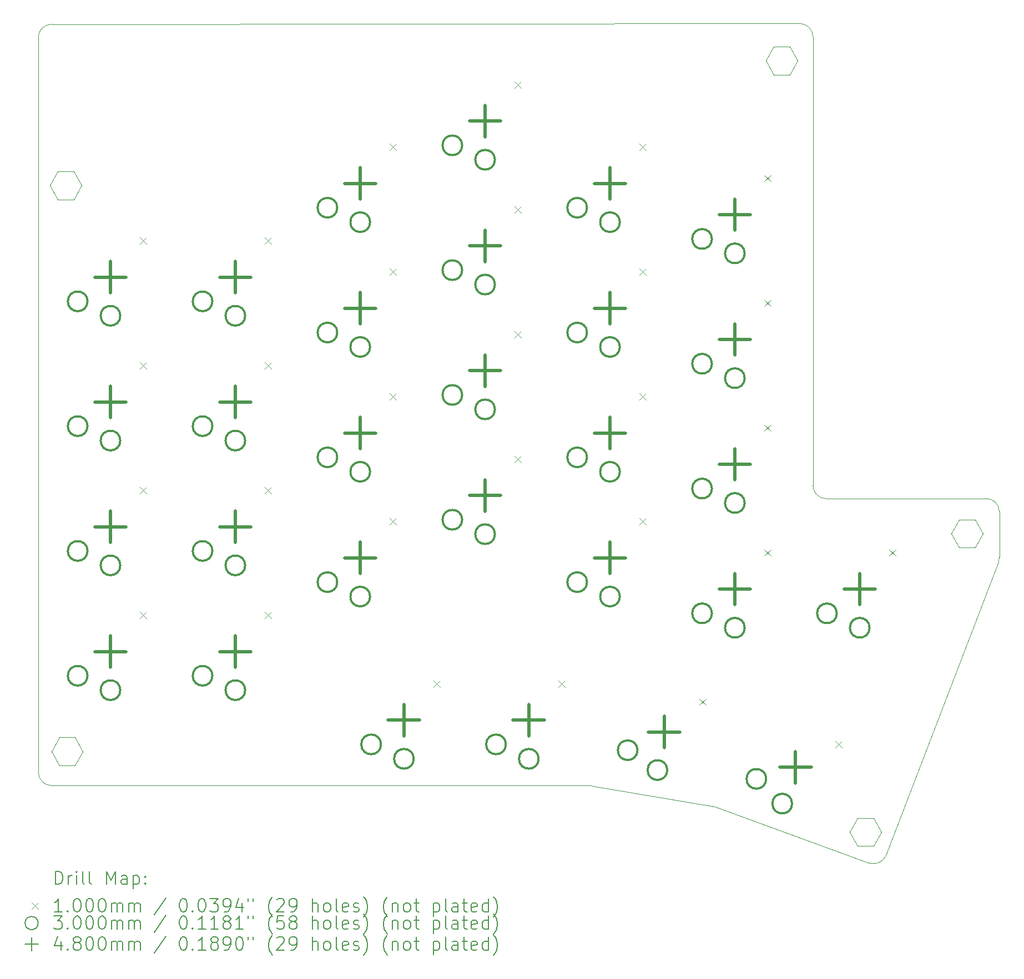
<source format=gbr>
%TF.GenerationSoftware,KiCad,Pcbnew,9.0.6*%
%TF.CreationDate,2025-12-07T22:23:54+09:00*%
%TF.ProjectId,tarakkie_v1_left,74617261-6b6b-4696-955f-76315f6c6566,rev?*%
%TF.SameCoordinates,Original*%
%TF.FileFunction,Drillmap*%
%TF.FilePolarity,Positive*%
%FSLAX45Y45*%
G04 Gerber Fmt 4.5, Leading zero omitted, Abs format (unit mm)*
G04 Created by KiCad (PCBNEW 9.0.6) date 2025-12-07 22:23:54*
%MOMM*%
%LPD*%
G01*
G04 APERTURE LIST*
%ADD10C,0.050000*%
%ADD11C,0.100000*%
%ADD12C,0.200000*%
%ADD13C,0.300000*%
%ADD14C,0.480000*%
G04 APERTURE END LIST*
D10*
X18548348Y-11964625D02*
X16832015Y-16445591D01*
X15516250Y-3750000D02*
G75*
G02*
X15716250Y-3950000I0J-200000D01*
G01*
X15916250Y-11000000D02*
X18360000Y-11000000D01*
X16832015Y-16445591D02*
G75*
G02*
X16576900Y-16562006I-186765J71541D01*
G01*
X3900000Y-3959828D02*
G75*
G02*
X4099828Y-3759830I200000J-2D01*
G01*
X14200280Y-15701210D02*
X12346663Y-15384609D01*
X18560000Y-11200000D02*
X18560000Y-11897357D01*
X4099828Y-3759828D02*
X15516250Y-3750000D01*
X12313032Y-15381754D02*
X4099958Y-15380042D01*
X15716250Y-3950000D02*
X15716250Y-10800000D01*
X18360000Y-11000000D02*
G75*
G02*
X18560000Y-11200000I0J-200000D01*
G01*
X4099958Y-15380042D02*
G75*
G02*
X3899998Y-15180042I42J200002D01*
G01*
X14200280Y-15701210D02*
G75*
G02*
X14234956Y-15710396I-33670J-197140D01*
G01*
X16576898Y-16562012D02*
X14234956Y-15710397D01*
X3900000Y-15180042D02*
X3900000Y-3959828D01*
X18560000Y-11897357D02*
G75*
G02*
X18548348Y-11964624I-199970J-3D01*
G01*
X12313032Y-15381754D02*
G75*
G02*
X12346663Y-15384609I-42J-200006D01*
G01*
X15916250Y-11000000D02*
G75*
G02*
X15716250Y-10800000I0J200000D01*
G01*
D11*
X16280000Y-16090000D02*
X16400000Y-16305000D01*
X16400000Y-15875000D02*
X16280000Y-16090000D01*
X16400000Y-16305000D02*
X16640000Y-16305000D01*
X16640000Y-15875000D02*
X16400000Y-15875000D01*
X16640000Y-16305000D02*
X16760000Y-16090000D01*
X16760000Y-16090000D02*
X16640000Y-15875000D01*
X15000000Y-4316000D02*
X15120000Y-4531000D01*
X15120000Y-4101000D02*
X15000000Y-4316000D01*
X15120000Y-4531000D02*
X15360000Y-4531000D01*
X15360000Y-4101000D02*
X15120000Y-4101000D01*
X15360000Y-4531000D02*
X15480000Y-4316000D01*
X15480000Y-4316000D02*
X15360000Y-4101000D01*
X4100000Y-14860000D02*
X4220000Y-15075000D01*
X4220000Y-14645000D02*
X4100000Y-14860000D01*
X4220000Y-15075000D02*
X4460000Y-15075000D01*
X4460000Y-14645000D02*
X4220000Y-14645000D01*
X4460000Y-15075000D02*
X4580000Y-14860000D01*
X4580000Y-14860000D02*
X4460000Y-14645000D01*
X17829000Y-11536000D02*
X17949000Y-11751000D01*
X17949000Y-11321000D02*
X17829000Y-11536000D01*
X17949000Y-11751000D02*
X18189000Y-11751000D01*
X18189000Y-11321000D02*
X17949000Y-11321000D01*
X18189000Y-11751000D02*
X18309000Y-11536000D01*
X18309000Y-11536000D02*
X18189000Y-11321000D01*
X4080000Y-6220000D02*
X4200000Y-6435000D01*
X4200000Y-6005000D02*
X4080000Y-6220000D01*
X4200000Y-6435000D02*
X4440000Y-6435000D01*
X4440000Y-6005000D02*
X4200000Y-6005000D01*
X4440000Y-6435000D02*
X4560000Y-6220000D01*
X4560000Y-6220000D02*
X4440000Y-6005000D01*
D12*
D11*
X5450625Y-7015000D02*
X5550625Y-7115000D01*
X5550625Y-7015000D02*
X5450625Y-7115000D01*
X5450625Y-8920000D02*
X5550625Y-9020000D01*
X5550625Y-8920000D02*
X5450625Y-9020000D01*
X5450625Y-10825000D02*
X5550625Y-10925000D01*
X5550625Y-10825000D02*
X5450625Y-10925000D01*
X5450625Y-12730000D02*
X5550625Y-12830000D01*
X5550625Y-12730000D02*
X5450625Y-12830000D01*
X7355625Y-7015000D02*
X7455625Y-7115000D01*
X7455625Y-7015000D02*
X7355625Y-7115000D01*
X7355625Y-8920000D02*
X7455625Y-9020000D01*
X7455625Y-8920000D02*
X7355625Y-9020000D01*
X7355625Y-10825000D02*
X7455625Y-10925000D01*
X7455625Y-10825000D02*
X7355625Y-10925000D01*
X7355625Y-12730000D02*
X7455625Y-12830000D01*
X7455625Y-12730000D02*
X7355625Y-12830000D01*
X9260625Y-5586250D02*
X9360625Y-5686250D01*
X9360625Y-5586250D02*
X9260625Y-5686250D01*
X9260625Y-7491250D02*
X9360625Y-7591250D01*
X9360625Y-7491250D02*
X9260625Y-7591250D01*
X9260625Y-9396250D02*
X9360625Y-9496250D01*
X9360625Y-9396250D02*
X9260625Y-9496250D01*
X9260625Y-11301250D02*
X9360625Y-11401250D01*
X9360625Y-11301250D02*
X9260625Y-11401250D01*
X9927375Y-13777750D02*
X10027375Y-13877750D01*
X10027375Y-13777750D02*
X9927375Y-13877750D01*
X11165625Y-4633750D02*
X11265625Y-4733750D01*
X11265625Y-4633750D02*
X11165625Y-4733750D01*
X11165625Y-6538750D02*
X11265625Y-6638750D01*
X11265625Y-6538750D02*
X11165625Y-6638750D01*
X11165625Y-8443750D02*
X11265625Y-8543750D01*
X11265625Y-8443750D02*
X11165625Y-8543750D01*
X11165625Y-10348750D02*
X11265625Y-10448750D01*
X11265625Y-10348750D02*
X11165625Y-10448750D01*
X11832375Y-13777750D02*
X11932375Y-13877750D01*
X11932375Y-13777750D02*
X11832375Y-13877750D01*
X13070625Y-5586250D02*
X13170625Y-5686250D01*
X13170625Y-5586250D02*
X13070625Y-5686250D01*
X13070625Y-7491250D02*
X13170625Y-7591250D01*
X13170625Y-7491250D02*
X13070625Y-7591250D01*
X13070625Y-9396250D02*
X13170625Y-9496250D01*
X13170625Y-9396250D02*
X13070625Y-9496250D01*
X13070625Y-11301250D02*
X13170625Y-11401250D01*
X13170625Y-11301250D02*
X13070625Y-11401250D01*
X13985779Y-14054256D02*
X14085779Y-14154256D01*
X14085779Y-14054256D02*
X13985779Y-14154256D01*
X14975625Y-6062500D02*
X15075625Y-6162500D01*
X15075625Y-6062500D02*
X14975625Y-6162500D01*
X14975625Y-7967500D02*
X15075625Y-8067500D01*
X15075625Y-7967500D02*
X14975625Y-8067500D01*
X14975625Y-9872500D02*
X15075625Y-9972500D01*
X15075625Y-9872500D02*
X14975625Y-9972500D01*
X14975625Y-11777500D02*
X15075625Y-11877500D01*
X15075625Y-11777500D02*
X14975625Y-11877500D01*
X16059667Y-14701481D02*
X16159667Y-14801481D01*
X16159667Y-14701481D02*
X16059667Y-14801481D01*
X16880625Y-11777500D02*
X16980625Y-11877500D01*
X16980625Y-11777500D02*
X16880625Y-11877500D01*
D13*
X4650625Y-7990000D02*
G75*
G02*
X4350625Y-7990000I-150000J0D01*
G01*
X4350625Y-7990000D02*
G75*
G02*
X4650625Y-7990000I150000J0D01*
G01*
X4650625Y-9895000D02*
G75*
G02*
X4350625Y-9895000I-150000J0D01*
G01*
X4350625Y-9895000D02*
G75*
G02*
X4650625Y-9895000I150000J0D01*
G01*
X4650625Y-11800000D02*
G75*
G02*
X4350625Y-11800000I-150000J0D01*
G01*
X4350625Y-11800000D02*
G75*
G02*
X4650625Y-11800000I150000J0D01*
G01*
X4650625Y-13705000D02*
G75*
G02*
X4350625Y-13705000I-150000J0D01*
G01*
X4350625Y-13705000D02*
G75*
G02*
X4650625Y-13705000I150000J0D01*
G01*
X5150625Y-8210000D02*
G75*
G02*
X4850625Y-8210000I-150000J0D01*
G01*
X4850625Y-8210000D02*
G75*
G02*
X5150625Y-8210000I150000J0D01*
G01*
X5150625Y-10115000D02*
G75*
G02*
X4850625Y-10115000I-150000J0D01*
G01*
X4850625Y-10115000D02*
G75*
G02*
X5150625Y-10115000I150000J0D01*
G01*
X5150625Y-12020000D02*
G75*
G02*
X4850625Y-12020000I-150000J0D01*
G01*
X4850625Y-12020000D02*
G75*
G02*
X5150625Y-12020000I150000J0D01*
G01*
X5150625Y-13925000D02*
G75*
G02*
X4850625Y-13925000I-150000J0D01*
G01*
X4850625Y-13925000D02*
G75*
G02*
X5150625Y-13925000I150000J0D01*
G01*
X6555625Y-7990000D02*
G75*
G02*
X6255625Y-7990000I-150000J0D01*
G01*
X6255625Y-7990000D02*
G75*
G02*
X6555625Y-7990000I150000J0D01*
G01*
X6555625Y-9895000D02*
G75*
G02*
X6255625Y-9895000I-150000J0D01*
G01*
X6255625Y-9895000D02*
G75*
G02*
X6555625Y-9895000I150000J0D01*
G01*
X6555625Y-11800000D02*
G75*
G02*
X6255625Y-11800000I-150000J0D01*
G01*
X6255625Y-11800000D02*
G75*
G02*
X6555625Y-11800000I150000J0D01*
G01*
X6555625Y-13705000D02*
G75*
G02*
X6255625Y-13705000I-150000J0D01*
G01*
X6255625Y-13705000D02*
G75*
G02*
X6555625Y-13705000I150000J0D01*
G01*
X7055625Y-8210000D02*
G75*
G02*
X6755625Y-8210000I-150000J0D01*
G01*
X6755625Y-8210000D02*
G75*
G02*
X7055625Y-8210000I150000J0D01*
G01*
X7055625Y-10115000D02*
G75*
G02*
X6755625Y-10115000I-150000J0D01*
G01*
X6755625Y-10115000D02*
G75*
G02*
X7055625Y-10115000I150000J0D01*
G01*
X7055625Y-12020000D02*
G75*
G02*
X6755625Y-12020000I-150000J0D01*
G01*
X6755625Y-12020000D02*
G75*
G02*
X7055625Y-12020000I150000J0D01*
G01*
X7055625Y-13925000D02*
G75*
G02*
X6755625Y-13925000I-150000J0D01*
G01*
X6755625Y-13925000D02*
G75*
G02*
X7055625Y-13925000I150000J0D01*
G01*
X8460625Y-6561250D02*
G75*
G02*
X8160625Y-6561250I-150000J0D01*
G01*
X8160625Y-6561250D02*
G75*
G02*
X8460625Y-6561250I150000J0D01*
G01*
X8460625Y-8466250D02*
G75*
G02*
X8160625Y-8466250I-150000J0D01*
G01*
X8160625Y-8466250D02*
G75*
G02*
X8460625Y-8466250I150000J0D01*
G01*
X8460625Y-10371250D02*
G75*
G02*
X8160625Y-10371250I-150000J0D01*
G01*
X8160625Y-10371250D02*
G75*
G02*
X8460625Y-10371250I150000J0D01*
G01*
X8460625Y-12276250D02*
G75*
G02*
X8160625Y-12276250I-150000J0D01*
G01*
X8160625Y-12276250D02*
G75*
G02*
X8460625Y-12276250I150000J0D01*
G01*
X8960625Y-6781250D02*
G75*
G02*
X8660625Y-6781250I-150000J0D01*
G01*
X8660625Y-6781250D02*
G75*
G02*
X8960625Y-6781250I150000J0D01*
G01*
X8960625Y-8686250D02*
G75*
G02*
X8660625Y-8686250I-150000J0D01*
G01*
X8660625Y-8686250D02*
G75*
G02*
X8960625Y-8686250I150000J0D01*
G01*
X8960625Y-10591250D02*
G75*
G02*
X8660625Y-10591250I-150000J0D01*
G01*
X8660625Y-10591250D02*
G75*
G02*
X8960625Y-10591250I150000J0D01*
G01*
X8960625Y-12496250D02*
G75*
G02*
X8660625Y-12496250I-150000J0D01*
G01*
X8660625Y-12496250D02*
G75*
G02*
X8960625Y-12496250I150000J0D01*
G01*
X9127375Y-14752750D02*
G75*
G02*
X8827375Y-14752750I-150000J0D01*
G01*
X8827375Y-14752750D02*
G75*
G02*
X9127375Y-14752750I150000J0D01*
G01*
X9627375Y-14972750D02*
G75*
G02*
X9327375Y-14972750I-150000J0D01*
G01*
X9327375Y-14972750D02*
G75*
G02*
X9627375Y-14972750I150000J0D01*
G01*
X10365625Y-5608750D02*
G75*
G02*
X10065625Y-5608750I-150000J0D01*
G01*
X10065625Y-5608750D02*
G75*
G02*
X10365625Y-5608750I150000J0D01*
G01*
X10365625Y-7513750D02*
G75*
G02*
X10065625Y-7513750I-150000J0D01*
G01*
X10065625Y-7513750D02*
G75*
G02*
X10365625Y-7513750I150000J0D01*
G01*
X10365625Y-9418750D02*
G75*
G02*
X10065625Y-9418750I-150000J0D01*
G01*
X10065625Y-9418750D02*
G75*
G02*
X10365625Y-9418750I150000J0D01*
G01*
X10365625Y-11323750D02*
G75*
G02*
X10065625Y-11323750I-150000J0D01*
G01*
X10065625Y-11323750D02*
G75*
G02*
X10365625Y-11323750I150000J0D01*
G01*
X10865625Y-5828750D02*
G75*
G02*
X10565625Y-5828750I-150000J0D01*
G01*
X10565625Y-5828750D02*
G75*
G02*
X10865625Y-5828750I150000J0D01*
G01*
X10865625Y-7733750D02*
G75*
G02*
X10565625Y-7733750I-150000J0D01*
G01*
X10565625Y-7733750D02*
G75*
G02*
X10865625Y-7733750I150000J0D01*
G01*
X10865625Y-9638750D02*
G75*
G02*
X10565625Y-9638750I-150000J0D01*
G01*
X10565625Y-9638750D02*
G75*
G02*
X10865625Y-9638750I150000J0D01*
G01*
X10865625Y-11543750D02*
G75*
G02*
X10565625Y-11543750I-150000J0D01*
G01*
X10565625Y-11543750D02*
G75*
G02*
X10865625Y-11543750I150000J0D01*
G01*
X11032375Y-14752750D02*
G75*
G02*
X10732375Y-14752750I-150000J0D01*
G01*
X10732375Y-14752750D02*
G75*
G02*
X11032375Y-14752750I150000J0D01*
G01*
X11532375Y-14972750D02*
G75*
G02*
X11232375Y-14972750I-150000J0D01*
G01*
X11232375Y-14972750D02*
G75*
G02*
X11532375Y-14972750I150000J0D01*
G01*
X12270625Y-6561250D02*
G75*
G02*
X11970625Y-6561250I-150000J0D01*
G01*
X11970625Y-6561250D02*
G75*
G02*
X12270625Y-6561250I150000J0D01*
G01*
X12270625Y-8466250D02*
G75*
G02*
X11970625Y-8466250I-150000J0D01*
G01*
X11970625Y-8466250D02*
G75*
G02*
X12270625Y-8466250I150000J0D01*
G01*
X12270625Y-10371250D02*
G75*
G02*
X11970625Y-10371250I-150000J0D01*
G01*
X11970625Y-10371250D02*
G75*
G02*
X12270625Y-10371250I150000J0D01*
G01*
X12270625Y-12276250D02*
G75*
G02*
X11970625Y-12276250I-150000J0D01*
G01*
X11970625Y-12276250D02*
G75*
G02*
X12270625Y-12276250I150000J0D01*
G01*
X12770625Y-6781250D02*
G75*
G02*
X12470625Y-6781250I-150000J0D01*
G01*
X12470625Y-6781250D02*
G75*
G02*
X12770625Y-6781250I150000J0D01*
G01*
X12770625Y-8686250D02*
G75*
G02*
X12470625Y-8686250I-150000J0D01*
G01*
X12470625Y-8686250D02*
G75*
G02*
X12770625Y-8686250I150000J0D01*
G01*
X12770625Y-10591250D02*
G75*
G02*
X12470625Y-10591250I-150000J0D01*
G01*
X12470625Y-10591250D02*
G75*
G02*
X12770625Y-10591250I150000J0D01*
G01*
X12770625Y-12496250D02*
G75*
G02*
X12470625Y-12496250I-150000J0D01*
G01*
X12470625Y-12496250D02*
G75*
G02*
X12770625Y-12496250I150000J0D01*
G01*
X13040346Y-14841555D02*
G75*
G02*
X12740346Y-14841555I-150000J0D01*
G01*
X12740346Y-14841555D02*
G75*
G02*
X13040346Y-14841555I150000J0D01*
G01*
X13494548Y-15145037D02*
G75*
G02*
X13194548Y-15145037I-150000J0D01*
G01*
X13194548Y-15145037D02*
G75*
G02*
X13494548Y-15145037I150000J0D01*
G01*
X14175625Y-7037500D02*
G75*
G02*
X13875625Y-7037500I-150000J0D01*
G01*
X13875625Y-7037500D02*
G75*
G02*
X14175625Y-7037500I150000J0D01*
G01*
X14175625Y-8942500D02*
G75*
G02*
X13875625Y-8942500I-150000J0D01*
G01*
X13875625Y-8942500D02*
G75*
G02*
X14175625Y-8942500I150000J0D01*
G01*
X14175625Y-10847500D02*
G75*
G02*
X13875625Y-10847500I-150000J0D01*
G01*
X13875625Y-10847500D02*
G75*
G02*
X14175625Y-10847500I150000J0D01*
G01*
X14175625Y-12752500D02*
G75*
G02*
X13875625Y-12752500I-150000J0D01*
G01*
X13875625Y-12752500D02*
G75*
G02*
X14175625Y-12752500I150000J0D01*
G01*
X14675625Y-7257500D02*
G75*
G02*
X14375625Y-7257500I-150000J0D01*
G01*
X14375625Y-7257500D02*
G75*
G02*
X14675625Y-7257500I150000J0D01*
G01*
X14675625Y-9162500D02*
G75*
G02*
X14375625Y-9162500I-150000J0D01*
G01*
X14375625Y-9162500D02*
G75*
G02*
X14675625Y-9162500I150000J0D01*
G01*
X14675625Y-11067500D02*
G75*
G02*
X14375625Y-11067500I-150000J0D01*
G01*
X14375625Y-11067500D02*
G75*
G02*
X14675625Y-11067500I150000J0D01*
G01*
X14675625Y-12972500D02*
G75*
G02*
X14375625Y-12972500I-150000J0D01*
G01*
X14375625Y-12972500D02*
G75*
G02*
X14675625Y-12972500I150000J0D01*
G01*
X15003606Y-15278676D02*
G75*
G02*
X14703606Y-15278676I-150000J0D01*
G01*
X14703606Y-15278676D02*
G75*
G02*
X15003606Y-15278676I150000J0D01*
G01*
X15398208Y-15656419D02*
G75*
G02*
X15098208Y-15656419I-150000J0D01*
G01*
X15098208Y-15656419D02*
G75*
G02*
X15398208Y-15656419I150000J0D01*
G01*
X16080625Y-12752500D02*
G75*
G02*
X15780625Y-12752500I-150000J0D01*
G01*
X15780625Y-12752500D02*
G75*
G02*
X16080625Y-12752500I150000J0D01*
G01*
X16580625Y-12972500D02*
G75*
G02*
X16280625Y-12972500I-150000J0D01*
G01*
X16280625Y-12972500D02*
G75*
G02*
X16580625Y-12972500I150000J0D01*
G01*
D14*
X5000625Y-7380000D02*
X5000625Y-7860000D01*
X4760625Y-7620000D02*
X5240625Y-7620000D01*
X5000625Y-9285000D02*
X5000625Y-9765000D01*
X4760625Y-9525000D02*
X5240625Y-9525000D01*
X5000625Y-11190000D02*
X5000625Y-11670000D01*
X4760625Y-11430000D02*
X5240625Y-11430000D01*
X5000625Y-13095000D02*
X5000625Y-13575000D01*
X4760625Y-13335000D02*
X5240625Y-13335000D01*
X6905625Y-7380000D02*
X6905625Y-7860000D01*
X6665625Y-7620000D02*
X7145625Y-7620000D01*
X6905625Y-9285000D02*
X6905625Y-9765000D01*
X6665625Y-9525000D02*
X7145625Y-9525000D01*
X6905625Y-11190000D02*
X6905625Y-11670000D01*
X6665625Y-11430000D02*
X7145625Y-11430000D01*
X6905625Y-13095000D02*
X6905625Y-13575000D01*
X6665625Y-13335000D02*
X7145625Y-13335000D01*
X8810625Y-5951250D02*
X8810625Y-6431250D01*
X8570625Y-6191250D02*
X9050625Y-6191250D01*
X8810625Y-7856250D02*
X8810625Y-8336250D01*
X8570625Y-8096250D02*
X9050625Y-8096250D01*
X8810625Y-9761250D02*
X8810625Y-10241250D01*
X8570625Y-10001250D02*
X9050625Y-10001250D01*
X8810625Y-11666250D02*
X8810625Y-12146250D01*
X8570625Y-11906250D02*
X9050625Y-11906250D01*
X9477375Y-14142750D02*
X9477375Y-14622750D01*
X9237375Y-14382750D02*
X9717375Y-14382750D01*
X10715625Y-4998750D02*
X10715625Y-5478750D01*
X10475625Y-5238750D02*
X10955625Y-5238750D01*
X10715625Y-6903750D02*
X10715625Y-7383750D01*
X10475625Y-7143750D02*
X10955625Y-7143750D01*
X10715625Y-8808750D02*
X10715625Y-9288750D01*
X10475625Y-9048750D02*
X10955625Y-9048750D01*
X10715625Y-10713750D02*
X10715625Y-11193750D01*
X10475625Y-10953750D02*
X10955625Y-10953750D01*
X11382375Y-14142750D02*
X11382375Y-14622750D01*
X11142375Y-14382750D02*
X11622375Y-14382750D01*
X12620625Y-5951250D02*
X12620625Y-6431250D01*
X12380625Y-6191250D02*
X12860625Y-6191250D01*
X12620625Y-7856250D02*
X12620625Y-8336250D01*
X12380625Y-8096250D02*
X12860625Y-8096250D01*
X12620625Y-9761250D02*
X12620625Y-10241250D01*
X12380625Y-10001250D02*
X12860625Y-10001250D01*
X12620625Y-11666250D02*
X12620625Y-12146250D01*
X12380625Y-11906250D02*
X12860625Y-11906250D01*
X13447000Y-14324000D02*
X13447000Y-14804000D01*
X13207000Y-14564000D02*
X13687000Y-14564000D01*
X14525625Y-6427500D02*
X14525625Y-6907500D01*
X14285625Y-6667500D02*
X14765625Y-6667500D01*
X14525625Y-8332500D02*
X14525625Y-8812500D01*
X14285625Y-8572500D02*
X14765625Y-8572500D01*
X14525625Y-10237500D02*
X14525625Y-10717500D01*
X14285625Y-10477500D02*
X14765625Y-10477500D01*
X14525625Y-12142500D02*
X14525625Y-12622500D01*
X14285625Y-12382500D02*
X14765625Y-12382500D01*
X15450000Y-14862000D02*
X15450000Y-15342000D01*
X15210000Y-15102000D02*
X15690000Y-15102000D01*
X16430625Y-12142500D02*
X16430625Y-12622500D01*
X16190625Y-12382500D02*
X16670625Y-12382500D01*
D12*
X4158277Y-16888032D02*
X4158277Y-16688031D01*
X4158277Y-16688031D02*
X4205896Y-16688031D01*
X4205896Y-16688031D02*
X4234467Y-16697555D01*
X4234467Y-16697555D02*
X4253515Y-16716603D01*
X4253515Y-16716603D02*
X4263039Y-16735650D01*
X4263039Y-16735650D02*
X4272563Y-16773746D01*
X4272563Y-16773746D02*
X4272563Y-16802317D01*
X4272563Y-16802317D02*
X4263039Y-16840412D01*
X4263039Y-16840412D02*
X4253515Y-16859460D01*
X4253515Y-16859460D02*
X4234467Y-16878508D01*
X4234467Y-16878508D02*
X4205896Y-16888032D01*
X4205896Y-16888032D02*
X4158277Y-16888032D01*
X4358277Y-16888032D02*
X4358277Y-16754698D01*
X4358277Y-16792793D02*
X4367801Y-16773746D01*
X4367801Y-16773746D02*
X4377324Y-16764222D01*
X4377324Y-16764222D02*
X4396372Y-16754698D01*
X4396372Y-16754698D02*
X4415420Y-16754698D01*
X4482086Y-16888032D02*
X4482086Y-16754698D01*
X4482086Y-16688031D02*
X4472563Y-16697555D01*
X4472563Y-16697555D02*
X4482086Y-16707079D01*
X4482086Y-16707079D02*
X4491610Y-16697555D01*
X4491610Y-16697555D02*
X4482086Y-16688031D01*
X4482086Y-16688031D02*
X4482086Y-16707079D01*
X4605896Y-16888032D02*
X4586848Y-16878508D01*
X4586848Y-16878508D02*
X4577324Y-16859460D01*
X4577324Y-16859460D02*
X4577324Y-16688031D01*
X4710658Y-16888032D02*
X4691610Y-16878508D01*
X4691610Y-16878508D02*
X4682086Y-16859460D01*
X4682086Y-16859460D02*
X4682086Y-16688031D01*
X4939229Y-16888032D02*
X4939229Y-16688031D01*
X4939229Y-16688031D02*
X5005896Y-16830889D01*
X5005896Y-16830889D02*
X5072563Y-16688031D01*
X5072563Y-16688031D02*
X5072563Y-16888032D01*
X5253515Y-16888032D02*
X5253515Y-16783270D01*
X5253515Y-16783270D02*
X5243991Y-16764222D01*
X5243991Y-16764222D02*
X5224944Y-16754698D01*
X5224944Y-16754698D02*
X5186848Y-16754698D01*
X5186848Y-16754698D02*
X5167801Y-16764222D01*
X5253515Y-16878508D02*
X5234467Y-16888032D01*
X5234467Y-16888032D02*
X5186848Y-16888032D01*
X5186848Y-16888032D02*
X5167801Y-16878508D01*
X5167801Y-16878508D02*
X5158277Y-16859460D01*
X5158277Y-16859460D02*
X5158277Y-16840412D01*
X5158277Y-16840412D02*
X5167801Y-16821365D01*
X5167801Y-16821365D02*
X5186848Y-16811841D01*
X5186848Y-16811841D02*
X5234467Y-16811841D01*
X5234467Y-16811841D02*
X5253515Y-16802317D01*
X5348753Y-16754698D02*
X5348753Y-16954698D01*
X5348753Y-16764222D02*
X5367801Y-16754698D01*
X5367801Y-16754698D02*
X5405896Y-16754698D01*
X5405896Y-16754698D02*
X5424944Y-16764222D01*
X5424944Y-16764222D02*
X5434467Y-16773746D01*
X5434467Y-16773746D02*
X5443991Y-16792793D01*
X5443991Y-16792793D02*
X5443991Y-16849936D01*
X5443991Y-16849936D02*
X5434467Y-16868984D01*
X5434467Y-16868984D02*
X5424944Y-16878508D01*
X5424944Y-16878508D02*
X5405896Y-16888032D01*
X5405896Y-16888032D02*
X5367801Y-16888032D01*
X5367801Y-16888032D02*
X5348753Y-16878508D01*
X5529705Y-16868984D02*
X5539229Y-16878508D01*
X5539229Y-16878508D02*
X5529705Y-16888032D01*
X5529705Y-16888032D02*
X5520182Y-16878508D01*
X5520182Y-16878508D02*
X5529705Y-16868984D01*
X5529705Y-16868984D02*
X5529705Y-16888032D01*
X5529705Y-16764222D02*
X5539229Y-16773746D01*
X5539229Y-16773746D02*
X5529705Y-16783270D01*
X5529705Y-16783270D02*
X5520182Y-16773746D01*
X5520182Y-16773746D02*
X5529705Y-16764222D01*
X5529705Y-16764222D02*
X5529705Y-16783270D01*
D11*
X3797500Y-17166548D02*
X3897500Y-17266548D01*
X3897500Y-17166548D02*
X3797500Y-17266548D01*
D12*
X4263039Y-17308032D02*
X4148753Y-17308032D01*
X4205896Y-17308032D02*
X4205896Y-17108032D01*
X4205896Y-17108032D02*
X4186848Y-17136603D01*
X4186848Y-17136603D02*
X4167801Y-17155651D01*
X4167801Y-17155651D02*
X4148753Y-17165174D01*
X4348753Y-17288984D02*
X4358277Y-17298508D01*
X4358277Y-17298508D02*
X4348753Y-17308032D01*
X4348753Y-17308032D02*
X4339229Y-17298508D01*
X4339229Y-17298508D02*
X4348753Y-17288984D01*
X4348753Y-17288984D02*
X4348753Y-17308032D01*
X4482086Y-17108032D02*
X4501134Y-17108032D01*
X4501134Y-17108032D02*
X4520182Y-17117555D01*
X4520182Y-17117555D02*
X4529705Y-17127079D01*
X4529705Y-17127079D02*
X4539229Y-17146127D01*
X4539229Y-17146127D02*
X4548753Y-17184222D01*
X4548753Y-17184222D02*
X4548753Y-17231841D01*
X4548753Y-17231841D02*
X4539229Y-17269936D01*
X4539229Y-17269936D02*
X4529705Y-17288984D01*
X4529705Y-17288984D02*
X4520182Y-17298508D01*
X4520182Y-17298508D02*
X4501134Y-17308032D01*
X4501134Y-17308032D02*
X4482086Y-17308032D01*
X4482086Y-17308032D02*
X4463039Y-17298508D01*
X4463039Y-17298508D02*
X4453515Y-17288984D01*
X4453515Y-17288984D02*
X4443991Y-17269936D01*
X4443991Y-17269936D02*
X4434467Y-17231841D01*
X4434467Y-17231841D02*
X4434467Y-17184222D01*
X4434467Y-17184222D02*
X4443991Y-17146127D01*
X4443991Y-17146127D02*
X4453515Y-17127079D01*
X4453515Y-17127079D02*
X4463039Y-17117555D01*
X4463039Y-17117555D02*
X4482086Y-17108032D01*
X4672563Y-17108032D02*
X4691610Y-17108032D01*
X4691610Y-17108032D02*
X4710658Y-17117555D01*
X4710658Y-17117555D02*
X4720182Y-17127079D01*
X4720182Y-17127079D02*
X4729705Y-17146127D01*
X4729705Y-17146127D02*
X4739229Y-17184222D01*
X4739229Y-17184222D02*
X4739229Y-17231841D01*
X4739229Y-17231841D02*
X4729705Y-17269936D01*
X4729705Y-17269936D02*
X4720182Y-17288984D01*
X4720182Y-17288984D02*
X4710658Y-17298508D01*
X4710658Y-17298508D02*
X4691610Y-17308032D01*
X4691610Y-17308032D02*
X4672563Y-17308032D01*
X4672563Y-17308032D02*
X4653515Y-17298508D01*
X4653515Y-17298508D02*
X4643991Y-17288984D01*
X4643991Y-17288984D02*
X4634467Y-17269936D01*
X4634467Y-17269936D02*
X4624944Y-17231841D01*
X4624944Y-17231841D02*
X4624944Y-17184222D01*
X4624944Y-17184222D02*
X4634467Y-17146127D01*
X4634467Y-17146127D02*
X4643991Y-17127079D01*
X4643991Y-17127079D02*
X4653515Y-17117555D01*
X4653515Y-17117555D02*
X4672563Y-17108032D01*
X4863039Y-17108032D02*
X4882086Y-17108032D01*
X4882086Y-17108032D02*
X4901134Y-17117555D01*
X4901134Y-17117555D02*
X4910658Y-17127079D01*
X4910658Y-17127079D02*
X4920182Y-17146127D01*
X4920182Y-17146127D02*
X4929705Y-17184222D01*
X4929705Y-17184222D02*
X4929705Y-17231841D01*
X4929705Y-17231841D02*
X4920182Y-17269936D01*
X4920182Y-17269936D02*
X4910658Y-17288984D01*
X4910658Y-17288984D02*
X4901134Y-17298508D01*
X4901134Y-17298508D02*
X4882086Y-17308032D01*
X4882086Y-17308032D02*
X4863039Y-17308032D01*
X4863039Y-17308032D02*
X4843991Y-17298508D01*
X4843991Y-17298508D02*
X4834467Y-17288984D01*
X4834467Y-17288984D02*
X4824944Y-17269936D01*
X4824944Y-17269936D02*
X4815420Y-17231841D01*
X4815420Y-17231841D02*
X4815420Y-17184222D01*
X4815420Y-17184222D02*
X4824944Y-17146127D01*
X4824944Y-17146127D02*
X4834467Y-17127079D01*
X4834467Y-17127079D02*
X4843991Y-17117555D01*
X4843991Y-17117555D02*
X4863039Y-17108032D01*
X5015420Y-17308032D02*
X5015420Y-17174698D01*
X5015420Y-17193746D02*
X5024944Y-17184222D01*
X5024944Y-17184222D02*
X5043991Y-17174698D01*
X5043991Y-17174698D02*
X5072563Y-17174698D01*
X5072563Y-17174698D02*
X5091610Y-17184222D01*
X5091610Y-17184222D02*
X5101134Y-17203270D01*
X5101134Y-17203270D02*
X5101134Y-17308032D01*
X5101134Y-17203270D02*
X5110658Y-17184222D01*
X5110658Y-17184222D02*
X5129705Y-17174698D01*
X5129705Y-17174698D02*
X5158277Y-17174698D01*
X5158277Y-17174698D02*
X5177325Y-17184222D01*
X5177325Y-17184222D02*
X5186848Y-17203270D01*
X5186848Y-17203270D02*
X5186848Y-17308032D01*
X5282086Y-17308032D02*
X5282086Y-17174698D01*
X5282086Y-17193746D02*
X5291610Y-17184222D01*
X5291610Y-17184222D02*
X5310658Y-17174698D01*
X5310658Y-17174698D02*
X5339229Y-17174698D01*
X5339229Y-17174698D02*
X5358277Y-17184222D01*
X5358277Y-17184222D02*
X5367801Y-17203270D01*
X5367801Y-17203270D02*
X5367801Y-17308032D01*
X5367801Y-17203270D02*
X5377325Y-17184222D01*
X5377325Y-17184222D02*
X5396372Y-17174698D01*
X5396372Y-17174698D02*
X5424944Y-17174698D01*
X5424944Y-17174698D02*
X5443991Y-17184222D01*
X5443991Y-17184222D02*
X5453515Y-17203270D01*
X5453515Y-17203270D02*
X5453515Y-17308032D01*
X5843991Y-17098508D02*
X5672563Y-17355651D01*
X6101134Y-17108032D02*
X6120182Y-17108032D01*
X6120182Y-17108032D02*
X6139229Y-17117555D01*
X6139229Y-17117555D02*
X6148753Y-17127079D01*
X6148753Y-17127079D02*
X6158277Y-17146127D01*
X6158277Y-17146127D02*
X6167801Y-17184222D01*
X6167801Y-17184222D02*
X6167801Y-17231841D01*
X6167801Y-17231841D02*
X6158277Y-17269936D01*
X6158277Y-17269936D02*
X6148753Y-17288984D01*
X6148753Y-17288984D02*
X6139229Y-17298508D01*
X6139229Y-17298508D02*
X6120182Y-17308032D01*
X6120182Y-17308032D02*
X6101134Y-17308032D01*
X6101134Y-17308032D02*
X6082086Y-17298508D01*
X6082086Y-17298508D02*
X6072563Y-17288984D01*
X6072563Y-17288984D02*
X6063039Y-17269936D01*
X6063039Y-17269936D02*
X6053515Y-17231841D01*
X6053515Y-17231841D02*
X6053515Y-17184222D01*
X6053515Y-17184222D02*
X6063039Y-17146127D01*
X6063039Y-17146127D02*
X6072563Y-17127079D01*
X6072563Y-17127079D02*
X6082086Y-17117555D01*
X6082086Y-17117555D02*
X6101134Y-17108032D01*
X6253515Y-17288984D02*
X6263039Y-17298508D01*
X6263039Y-17298508D02*
X6253515Y-17308032D01*
X6253515Y-17308032D02*
X6243991Y-17298508D01*
X6243991Y-17298508D02*
X6253515Y-17288984D01*
X6253515Y-17288984D02*
X6253515Y-17308032D01*
X6386848Y-17108032D02*
X6405896Y-17108032D01*
X6405896Y-17108032D02*
X6424944Y-17117555D01*
X6424944Y-17117555D02*
X6434467Y-17127079D01*
X6434467Y-17127079D02*
X6443991Y-17146127D01*
X6443991Y-17146127D02*
X6453515Y-17184222D01*
X6453515Y-17184222D02*
X6453515Y-17231841D01*
X6453515Y-17231841D02*
X6443991Y-17269936D01*
X6443991Y-17269936D02*
X6434467Y-17288984D01*
X6434467Y-17288984D02*
X6424944Y-17298508D01*
X6424944Y-17298508D02*
X6405896Y-17308032D01*
X6405896Y-17308032D02*
X6386848Y-17308032D01*
X6386848Y-17308032D02*
X6367801Y-17298508D01*
X6367801Y-17298508D02*
X6358277Y-17288984D01*
X6358277Y-17288984D02*
X6348753Y-17269936D01*
X6348753Y-17269936D02*
X6339229Y-17231841D01*
X6339229Y-17231841D02*
X6339229Y-17184222D01*
X6339229Y-17184222D02*
X6348753Y-17146127D01*
X6348753Y-17146127D02*
X6358277Y-17127079D01*
X6358277Y-17127079D02*
X6367801Y-17117555D01*
X6367801Y-17117555D02*
X6386848Y-17108032D01*
X6520182Y-17108032D02*
X6643991Y-17108032D01*
X6643991Y-17108032D02*
X6577325Y-17184222D01*
X6577325Y-17184222D02*
X6605896Y-17184222D01*
X6605896Y-17184222D02*
X6624944Y-17193746D01*
X6624944Y-17193746D02*
X6634467Y-17203270D01*
X6634467Y-17203270D02*
X6643991Y-17222317D01*
X6643991Y-17222317D02*
X6643991Y-17269936D01*
X6643991Y-17269936D02*
X6634467Y-17288984D01*
X6634467Y-17288984D02*
X6624944Y-17298508D01*
X6624944Y-17298508D02*
X6605896Y-17308032D01*
X6605896Y-17308032D02*
X6548753Y-17308032D01*
X6548753Y-17308032D02*
X6529706Y-17298508D01*
X6529706Y-17298508D02*
X6520182Y-17288984D01*
X6739229Y-17308032D02*
X6777325Y-17308032D01*
X6777325Y-17308032D02*
X6796372Y-17298508D01*
X6796372Y-17298508D02*
X6805896Y-17288984D01*
X6805896Y-17288984D02*
X6824944Y-17260412D01*
X6824944Y-17260412D02*
X6834467Y-17222317D01*
X6834467Y-17222317D02*
X6834467Y-17146127D01*
X6834467Y-17146127D02*
X6824944Y-17127079D01*
X6824944Y-17127079D02*
X6815420Y-17117555D01*
X6815420Y-17117555D02*
X6796372Y-17108032D01*
X6796372Y-17108032D02*
X6758277Y-17108032D01*
X6758277Y-17108032D02*
X6739229Y-17117555D01*
X6739229Y-17117555D02*
X6729706Y-17127079D01*
X6729706Y-17127079D02*
X6720182Y-17146127D01*
X6720182Y-17146127D02*
X6720182Y-17193746D01*
X6720182Y-17193746D02*
X6729706Y-17212793D01*
X6729706Y-17212793D02*
X6739229Y-17222317D01*
X6739229Y-17222317D02*
X6758277Y-17231841D01*
X6758277Y-17231841D02*
X6796372Y-17231841D01*
X6796372Y-17231841D02*
X6815420Y-17222317D01*
X6815420Y-17222317D02*
X6824944Y-17212793D01*
X6824944Y-17212793D02*
X6834467Y-17193746D01*
X7005896Y-17174698D02*
X7005896Y-17308032D01*
X6958277Y-17098508D02*
X6910658Y-17241365D01*
X6910658Y-17241365D02*
X7034467Y-17241365D01*
X7101134Y-17108032D02*
X7101134Y-17146127D01*
X7177325Y-17108032D02*
X7177325Y-17146127D01*
X7472563Y-17384222D02*
X7463039Y-17374698D01*
X7463039Y-17374698D02*
X7443991Y-17346127D01*
X7443991Y-17346127D02*
X7434468Y-17327079D01*
X7434468Y-17327079D02*
X7424944Y-17298508D01*
X7424944Y-17298508D02*
X7415420Y-17250889D01*
X7415420Y-17250889D02*
X7415420Y-17212793D01*
X7415420Y-17212793D02*
X7424944Y-17165174D01*
X7424944Y-17165174D02*
X7434468Y-17136603D01*
X7434468Y-17136603D02*
X7443991Y-17117555D01*
X7443991Y-17117555D02*
X7463039Y-17088984D01*
X7463039Y-17088984D02*
X7472563Y-17079460D01*
X7539229Y-17127079D02*
X7548753Y-17117555D01*
X7548753Y-17117555D02*
X7567801Y-17108032D01*
X7567801Y-17108032D02*
X7615420Y-17108032D01*
X7615420Y-17108032D02*
X7634468Y-17117555D01*
X7634468Y-17117555D02*
X7643991Y-17127079D01*
X7643991Y-17127079D02*
X7653515Y-17146127D01*
X7653515Y-17146127D02*
X7653515Y-17165174D01*
X7653515Y-17165174D02*
X7643991Y-17193746D01*
X7643991Y-17193746D02*
X7529706Y-17308032D01*
X7529706Y-17308032D02*
X7653515Y-17308032D01*
X7748753Y-17308032D02*
X7786848Y-17308032D01*
X7786848Y-17308032D02*
X7805896Y-17298508D01*
X7805896Y-17298508D02*
X7815420Y-17288984D01*
X7815420Y-17288984D02*
X7834468Y-17260412D01*
X7834468Y-17260412D02*
X7843991Y-17222317D01*
X7843991Y-17222317D02*
X7843991Y-17146127D01*
X7843991Y-17146127D02*
X7834468Y-17127079D01*
X7834468Y-17127079D02*
X7824944Y-17117555D01*
X7824944Y-17117555D02*
X7805896Y-17108032D01*
X7805896Y-17108032D02*
X7767801Y-17108032D01*
X7767801Y-17108032D02*
X7748753Y-17117555D01*
X7748753Y-17117555D02*
X7739229Y-17127079D01*
X7739229Y-17127079D02*
X7729706Y-17146127D01*
X7729706Y-17146127D02*
X7729706Y-17193746D01*
X7729706Y-17193746D02*
X7739229Y-17212793D01*
X7739229Y-17212793D02*
X7748753Y-17222317D01*
X7748753Y-17222317D02*
X7767801Y-17231841D01*
X7767801Y-17231841D02*
X7805896Y-17231841D01*
X7805896Y-17231841D02*
X7824944Y-17222317D01*
X7824944Y-17222317D02*
X7834468Y-17212793D01*
X7834468Y-17212793D02*
X7843991Y-17193746D01*
X8082087Y-17308032D02*
X8082087Y-17108032D01*
X8167801Y-17308032D02*
X8167801Y-17203270D01*
X8167801Y-17203270D02*
X8158277Y-17184222D01*
X8158277Y-17184222D02*
X8139230Y-17174698D01*
X8139230Y-17174698D02*
X8110658Y-17174698D01*
X8110658Y-17174698D02*
X8091610Y-17184222D01*
X8091610Y-17184222D02*
X8082087Y-17193746D01*
X8291610Y-17308032D02*
X8272563Y-17298508D01*
X8272563Y-17298508D02*
X8263039Y-17288984D01*
X8263039Y-17288984D02*
X8253515Y-17269936D01*
X8253515Y-17269936D02*
X8253515Y-17212793D01*
X8253515Y-17212793D02*
X8263039Y-17193746D01*
X8263039Y-17193746D02*
X8272563Y-17184222D01*
X8272563Y-17184222D02*
X8291610Y-17174698D01*
X8291610Y-17174698D02*
X8320182Y-17174698D01*
X8320182Y-17174698D02*
X8339230Y-17184222D01*
X8339230Y-17184222D02*
X8348753Y-17193746D01*
X8348753Y-17193746D02*
X8358277Y-17212793D01*
X8358277Y-17212793D02*
X8358277Y-17269936D01*
X8358277Y-17269936D02*
X8348753Y-17288984D01*
X8348753Y-17288984D02*
X8339230Y-17298508D01*
X8339230Y-17298508D02*
X8320182Y-17308032D01*
X8320182Y-17308032D02*
X8291610Y-17308032D01*
X8472563Y-17308032D02*
X8453515Y-17298508D01*
X8453515Y-17298508D02*
X8443992Y-17279460D01*
X8443992Y-17279460D02*
X8443992Y-17108032D01*
X8624944Y-17298508D02*
X8605896Y-17308032D01*
X8605896Y-17308032D02*
X8567801Y-17308032D01*
X8567801Y-17308032D02*
X8548753Y-17298508D01*
X8548753Y-17298508D02*
X8539230Y-17279460D01*
X8539230Y-17279460D02*
X8539230Y-17203270D01*
X8539230Y-17203270D02*
X8548753Y-17184222D01*
X8548753Y-17184222D02*
X8567801Y-17174698D01*
X8567801Y-17174698D02*
X8605896Y-17174698D01*
X8605896Y-17174698D02*
X8624944Y-17184222D01*
X8624944Y-17184222D02*
X8634468Y-17203270D01*
X8634468Y-17203270D02*
X8634468Y-17222317D01*
X8634468Y-17222317D02*
X8539230Y-17241365D01*
X8710658Y-17298508D02*
X8729706Y-17308032D01*
X8729706Y-17308032D02*
X8767801Y-17308032D01*
X8767801Y-17308032D02*
X8786849Y-17298508D01*
X8786849Y-17298508D02*
X8796373Y-17279460D01*
X8796373Y-17279460D02*
X8796373Y-17269936D01*
X8796373Y-17269936D02*
X8786849Y-17250889D01*
X8786849Y-17250889D02*
X8767801Y-17241365D01*
X8767801Y-17241365D02*
X8739230Y-17241365D01*
X8739230Y-17241365D02*
X8720182Y-17231841D01*
X8720182Y-17231841D02*
X8710658Y-17212793D01*
X8710658Y-17212793D02*
X8710658Y-17203270D01*
X8710658Y-17203270D02*
X8720182Y-17184222D01*
X8720182Y-17184222D02*
X8739230Y-17174698D01*
X8739230Y-17174698D02*
X8767801Y-17174698D01*
X8767801Y-17174698D02*
X8786849Y-17184222D01*
X8863039Y-17384222D02*
X8872563Y-17374698D01*
X8872563Y-17374698D02*
X8891611Y-17346127D01*
X8891611Y-17346127D02*
X8901134Y-17327079D01*
X8901134Y-17327079D02*
X8910658Y-17298508D01*
X8910658Y-17298508D02*
X8920182Y-17250889D01*
X8920182Y-17250889D02*
X8920182Y-17212793D01*
X8920182Y-17212793D02*
X8910658Y-17165174D01*
X8910658Y-17165174D02*
X8901134Y-17136603D01*
X8901134Y-17136603D02*
X8891611Y-17117555D01*
X8891611Y-17117555D02*
X8872563Y-17088984D01*
X8872563Y-17088984D02*
X8863039Y-17079460D01*
X9224944Y-17384222D02*
X9215420Y-17374698D01*
X9215420Y-17374698D02*
X9196373Y-17346127D01*
X9196373Y-17346127D02*
X9186849Y-17327079D01*
X9186849Y-17327079D02*
X9177325Y-17298508D01*
X9177325Y-17298508D02*
X9167801Y-17250889D01*
X9167801Y-17250889D02*
X9167801Y-17212793D01*
X9167801Y-17212793D02*
X9177325Y-17165174D01*
X9177325Y-17165174D02*
X9186849Y-17136603D01*
X9186849Y-17136603D02*
X9196373Y-17117555D01*
X9196373Y-17117555D02*
X9215420Y-17088984D01*
X9215420Y-17088984D02*
X9224944Y-17079460D01*
X9301134Y-17174698D02*
X9301134Y-17308032D01*
X9301134Y-17193746D02*
X9310658Y-17184222D01*
X9310658Y-17184222D02*
X9329706Y-17174698D01*
X9329706Y-17174698D02*
X9358277Y-17174698D01*
X9358277Y-17174698D02*
X9377325Y-17184222D01*
X9377325Y-17184222D02*
X9386849Y-17203270D01*
X9386849Y-17203270D02*
X9386849Y-17308032D01*
X9510658Y-17308032D02*
X9491611Y-17298508D01*
X9491611Y-17298508D02*
X9482087Y-17288984D01*
X9482087Y-17288984D02*
X9472563Y-17269936D01*
X9472563Y-17269936D02*
X9472563Y-17212793D01*
X9472563Y-17212793D02*
X9482087Y-17193746D01*
X9482087Y-17193746D02*
X9491611Y-17184222D01*
X9491611Y-17184222D02*
X9510658Y-17174698D01*
X9510658Y-17174698D02*
X9539230Y-17174698D01*
X9539230Y-17174698D02*
X9558277Y-17184222D01*
X9558277Y-17184222D02*
X9567801Y-17193746D01*
X9567801Y-17193746D02*
X9577325Y-17212793D01*
X9577325Y-17212793D02*
X9577325Y-17269936D01*
X9577325Y-17269936D02*
X9567801Y-17288984D01*
X9567801Y-17288984D02*
X9558277Y-17298508D01*
X9558277Y-17298508D02*
X9539230Y-17308032D01*
X9539230Y-17308032D02*
X9510658Y-17308032D01*
X9634468Y-17174698D02*
X9710658Y-17174698D01*
X9663039Y-17108032D02*
X9663039Y-17279460D01*
X9663039Y-17279460D02*
X9672563Y-17298508D01*
X9672563Y-17298508D02*
X9691611Y-17308032D01*
X9691611Y-17308032D02*
X9710658Y-17308032D01*
X9929706Y-17174698D02*
X9929706Y-17374698D01*
X9929706Y-17184222D02*
X9948754Y-17174698D01*
X9948754Y-17174698D02*
X9986849Y-17174698D01*
X9986849Y-17174698D02*
X10005896Y-17184222D01*
X10005896Y-17184222D02*
X10015420Y-17193746D01*
X10015420Y-17193746D02*
X10024944Y-17212793D01*
X10024944Y-17212793D02*
X10024944Y-17269936D01*
X10024944Y-17269936D02*
X10015420Y-17288984D01*
X10015420Y-17288984D02*
X10005896Y-17298508D01*
X10005896Y-17298508D02*
X9986849Y-17308032D01*
X9986849Y-17308032D02*
X9948754Y-17308032D01*
X9948754Y-17308032D02*
X9929706Y-17298508D01*
X10139230Y-17308032D02*
X10120182Y-17298508D01*
X10120182Y-17298508D02*
X10110658Y-17279460D01*
X10110658Y-17279460D02*
X10110658Y-17108032D01*
X10301135Y-17308032D02*
X10301135Y-17203270D01*
X10301135Y-17203270D02*
X10291611Y-17184222D01*
X10291611Y-17184222D02*
X10272563Y-17174698D01*
X10272563Y-17174698D02*
X10234468Y-17174698D01*
X10234468Y-17174698D02*
X10215420Y-17184222D01*
X10301135Y-17298508D02*
X10282087Y-17308032D01*
X10282087Y-17308032D02*
X10234468Y-17308032D01*
X10234468Y-17308032D02*
X10215420Y-17298508D01*
X10215420Y-17298508D02*
X10205896Y-17279460D01*
X10205896Y-17279460D02*
X10205896Y-17260412D01*
X10205896Y-17260412D02*
X10215420Y-17241365D01*
X10215420Y-17241365D02*
X10234468Y-17231841D01*
X10234468Y-17231841D02*
X10282087Y-17231841D01*
X10282087Y-17231841D02*
X10301135Y-17222317D01*
X10367801Y-17174698D02*
X10443992Y-17174698D01*
X10396373Y-17108032D02*
X10396373Y-17279460D01*
X10396373Y-17279460D02*
X10405896Y-17298508D01*
X10405896Y-17298508D02*
X10424944Y-17308032D01*
X10424944Y-17308032D02*
X10443992Y-17308032D01*
X10586849Y-17298508D02*
X10567801Y-17308032D01*
X10567801Y-17308032D02*
X10529706Y-17308032D01*
X10529706Y-17308032D02*
X10510658Y-17298508D01*
X10510658Y-17298508D02*
X10501135Y-17279460D01*
X10501135Y-17279460D02*
X10501135Y-17203270D01*
X10501135Y-17203270D02*
X10510658Y-17184222D01*
X10510658Y-17184222D02*
X10529706Y-17174698D01*
X10529706Y-17174698D02*
X10567801Y-17174698D01*
X10567801Y-17174698D02*
X10586849Y-17184222D01*
X10586849Y-17184222D02*
X10596373Y-17203270D01*
X10596373Y-17203270D02*
X10596373Y-17222317D01*
X10596373Y-17222317D02*
X10501135Y-17241365D01*
X10767801Y-17308032D02*
X10767801Y-17108032D01*
X10767801Y-17298508D02*
X10748754Y-17308032D01*
X10748754Y-17308032D02*
X10710658Y-17308032D01*
X10710658Y-17308032D02*
X10691611Y-17298508D01*
X10691611Y-17298508D02*
X10682087Y-17288984D01*
X10682087Y-17288984D02*
X10672563Y-17269936D01*
X10672563Y-17269936D02*
X10672563Y-17212793D01*
X10672563Y-17212793D02*
X10682087Y-17193746D01*
X10682087Y-17193746D02*
X10691611Y-17184222D01*
X10691611Y-17184222D02*
X10710658Y-17174698D01*
X10710658Y-17174698D02*
X10748754Y-17174698D01*
X10748754Y-17174698D02*
X10767801Y-17184222D01*
X10843992Y-17384222D02*
X10853516Y-17374698D01*
X10853516Y-17374698D02*
X10872563Y-17346127D01*
X10872563Y-17346127D02*
X10882087Y-17327079D01*
X10882087Y-17327079D02*
X10891611Y-17298508D01*
X10891611Y-17298508D02*
X10901135Y-17250889D01*
X10901135Y-17250889D02*
X10901135Y-17212793D01*
X10901135Y-17212793D02*
X10891611Y-17165174D01*
X10891611Y-17165174D02*
X10882087Y-17136603D01*
X10882087Y-17136603D02*
X10872563Y-17117555D01*
X10872563Y-17117555D02*
X10853516Y-17088984D01*
X10853516Y-17088984D02*
X10843992Y-17079460D01*
X3897500Y-17480548D02*
G75*
G02*
X3697500Y-17480548I-100000J0D01*
G01*
X3697500Y-17480548D02*
G75*
G02*
X3897500Y-17480548I100000J0D01*
G01*
X4139229Y-17372032D02*
X4263039Y-17372032D01*
X4263039Y-17372032D02*
X4196372Y-17448222D01*
X4196372Y-17448222D02*
X4224944Y-17448222D01*
X4224944Y-17448222D02*
X4243991Y-17457746D01*
X4243991Y-17457746D02*
X4253515Y-17467270D01*
X4253515Y-17467270D02*
X4263039Y-17486317D01*
X4263039Y-17486317D02*
X4263039Y-17533936D01*
X4263039Y-17533936D02*
X4253515Y-17552984D01*
X4253515Y-17552984D02*
X4243991Y-17562508D01*
X4243991Y-17562508D02*
X4224944Y-17572032D01*
X4224944Y-17572032D02*
X4167801Y-17572032D01*
X4167801Y-17572032D02*
X4148753Y-17562508D01*
X4148753Y-17562508D02*
X4139229Y-17552984D01*
X4348753Y-17552984D02*
X4358277Y-17562508D01*
X4358277Y-17562508D02*
X4348753Y-17572032D01*
X4348753Y-17572032D02*
X4339229Y-17562508D01*
X4339229Y-17562508D02*
X4348753Y-17552984D01*
X4348753Y-17552984D02*
X4348753Y-17572032D01*
X4482086Y-17372032D02*
X4501134Y-17372032D01*
X4501134Y-17372032D02*
X4520182Y-17381555D01*
X4520182Y-17381555D02*
X4529705Y-17391079D01*
X4529705Y-17391079D02*
X4539229Y-17410127D01*
X4539229Y-17410127D02*
X4548753Y-17448222D01*
X4548753Y-17448222D02*
X4548753Y-17495841D01*
X4548753Y-17495841D02*
X4539229Y-17533936D01*
X4539229Y-17533936D02*
X4529705Y-17552984D01*
X4529705Y-17552984D02*
X4520182Y-17562508D01*
X4520182Y-17562508D02*
X4501134Y-17572032D01*
X4501134Y-17572032D02*
X4482086Y-17572032D01*
X4482086Y-17572032D02*
X4463039Y-17562508D01*
X4463039Y-17562508D02*
X4453515Y-17552984D01*
X4453515Y-17552984D02*
X4443991Y-17533936D01*
X4443991Y-17533936D02*
X4434467Y-17495841D01*
X4434467Y-17495841D02*
X4434467Y-17448222D01*
X4434467Y-17448222D02*
X4443991Y-17410127D01*
X4443991Y-17410127D02*
X4453515Y-17391079D01*
X4453515Y-17391079D02*
X4463039Y-17381555D01*
X4463039Y-17381555D02*
X4482086Y-17372032D01*
X4672563Y-17372032D02*
X4691610Y-17372032D01*
X4691610Y-17372032D02*
X4710658Y-17381555D01*
X4710658Y-17381555D02*
X4720182Y-17391079D01*
X4720182Y-17391079D02*
X4729705Y-17410127D01*
X4729705Y-17410127D02*
X4739229Y-17448222D01*
X4739229Y-17448222D02*
X4739229Y-17495841D01*
X4739229Y-17495841D02*
X4729705Y-17533936D01*
X4729705Y-17533936D02*
X4720182Y-17552984D01*
X4720182Y-17552984D02*
X4710658Y-17562508D01*
X4710658Y-17562508D02*
X4691610Y-17572032D01*
X4691610Y-17572032D02*
X4672563Y-17572032D01*
X4672563Y-17572032D02*
X4653515Y-17562508D01*
X4653515Y-17562508D02*
X4643991Y-17552984D01*
X4643991Y-17552984D02*
X4634467Y-17533936D01*
X4634467Y-17533936D02*
X4624944Y-17495841D01*
X4624944Y-17495841D02*
X4624944Y-17448222D01*
X4624944Y-17448222D02*
X4634467Y-17410127D01*
X4634467Y-17410127D02*
X4643991Y-17391079D01*
X4643991Y-17391079D02*
X4653515Y-17381555D01*
X4653515Y-17381555D02*
X4672563Y-17372032D01*
X4863039Y-17372032D02*
X4882086Y-17372032D01*
X4882086Y-17372032D02*
X4901134Y-17381555D01*
X4901134Y-17381555D02*
X4910658Y-17391079D01*
X4910658Y-17391079D02*
X4920182Y-17410127D01*
X4920182Y-17410127D02*
X4929705Y-17448222D01*
X4929705Y-17448222D02*
X4929705Y-17495841D01*
X4929705Y-17495841D02*
X4920182Y-17533936D01*
X4920182Y-17533936D02*
X4910658Y-17552984D01*
X4910658Y-17552984D02*
X4901134Y-17562508D01*
X4901134Y-17562508D02*
X4882086Y-17572032D01*
X4882086Y-17572032D02*
X4863039Y-17572032D01*
X4863039Y-17572032D02*
X4843991Y-17562508D01*
X4843991Y-17562508D02*
X4834467Y-17552984D01*
X4834467Y-17552984D02*
X4824944Y-17533936D01*
X4824944Y-17533936D02*
X4815420Y-17495841D01*
X4815420Y-17495841D02*
X4815420Y-17448222D01*
X4815420Y-17448222D02*
X4824944Y-17410127D01*
X4824944Y-17410127D02*
X4834467Y-17391079D01*
X4834467Y-17391079D02*
X4843991Y-17381555D01*
X4843991Y-17381555D02*
X4863039Y-17372032D01*
X5015420Y-17572032D02*
X5015420Y-17438698D01*
X5015420Y-17457746D02*
X5024944Y-17448222D01*
X5024944Y-17448222D02*
X5043991Y-17438698D01*
X5043991Y-17438698D02*
X5072563Y-17438698D01*
X5072563Y-17438698D02*
X5091610Y-17448222D01*
X5091610Y-17448222D02*
X5101134Y-17467270D01*
X5101134Y-17467270D02*
X5101134Y-17572032D01*
X5101134Y-17467270D02*
X5110658Y-17448222D01*
X5110658Y-17448222D02*
X5129705Y-17438698D01*
X5129705Y-17438698D02*
X5158277Y-17438698D01*
X5158277Y-17438698D02*
X5177325Y-17448222D01*
X5177325Y-17448222D02*
X5186848Y-17467270D01*
X5186848Y-17467270D02*
X5186848Y-17572032D01*
X5282086Y-17572032D02*
X5282086Y-17438698D01*
X5282086Y-17457746D02*
X5291610Y-17448222D01*
X5291610Y-17448222D02*
X5310658Y-17438698D01*
X5310658Y-17438698D02*
X5339229Y-17438698D01*
X5339229Y-17438698D02*
X5358277Y-17448222D01*
X5358277Y-17448222D02*
X5367801Y-17467270D01*
X5367801Y-17467270D02*
X5367801Y-17572032D01*
X5367801Y-17467270D02*
X5377325Y-17448222D01*
X5377325Y-17448222D02*
X5396372Y-17438698D01*
X5396372Y-17438698D02*
X5424944Y-17438698D01*
X5424944Y-17438698D02*
X5443991Y-17448222D01*
X5443991Y-17448222D02*
X5453515Y-17467270D01*
X5453515Y-17467270D02*
X5453515Y-17572032D01*
X5843991Y-17362508D02*
X5672563Y-17619651D01*
X6101134Y-17372032D02*
X6120182Y-17372032D01*
X6120182Y-17372032D02*
X6139229Y-17381555D01*
X6139229Y-17381555D02*
X6148753Y-17391079D01*
X6148753Y-17391079D02*
X6158277Y-17410127D01*
X6158277Y-17410127D02*
X6167801Y-17448222D01*
X6167801Y-17448222D02*
X6167801Y-17495841D01*
X6167801Y-17495841D02*
X6158277Y-17533936D01*
X6158277Y-17533936D02*
X6148753Y-17552984D01*
X6148753Y-17552984D02*
X6139229Y-17562508D01*
X6139229Y-17562508D02*
X6120182Y-17572032D01*
X6120182Y-17572032D02*
X6101134Y-17572032D01*
X6101134Y-17572032D02*
X6082086Y-17562508D01*
X6082086Y-17562508D02*
X6072563Y-17552984D01*
X6072563Y-17552984D02*
X6063039Y-17533936D01*
X6063039Y-17533936D02*
X6053515Y-17495841D01*
X6053515Y-17495841D02*
X6053515Y-17448222D01*
X6053515Y-17448222D02*
X6063039Y-17410127D01*
X6063039Y-17410127D02*
X6072563Y-17391079D01*
X6072563Y-17391079D02*
X6082086Y-17381555D01*
X6082086Y-17381555D02*
X6101134Y-17372032D01*
X6253515Y-17552984D02*
X6263039Y-17562508D01*
X6263039Y-17562508D02*
X6253515Y-17572032D01*
X6253515Y-17572032D02*
X6243991Y-17562508D01*
X6243991Y-17562508D02*
X6253515Y-17552984D01*
X6253515Y-17552984D02*
X6253515Y-17572032D01*
X6453515Y-17572032D02*
X6339229Y-17572032D01*
X6396372Y-17572032D02*
X6396372Y-17372032D01*
X6396372Y-17372032D02*
X6377325Y-17400603D01*
X6377325Y-17400603D02*
X6358277Y-17419651D01*
X6358277Y-17419651D02*
X6339229Y-17429174D01*
X6643991Y-17572032D02*
X6529706Y-17572032D01*
X6586848Y-17572032D02*
X6586848Y-17372032D01*
X6586848Y-17372032D02*
X6567801Y-17400603D01*
X6567801Y-17400603D02*
X6548753Y-17419651D01*
X6548753Y-17419651D02*
X6529706Y-17429174D01*
X6758277Y-17457746D02*
X6739229Y-17448222D01*
X6739229Y-17448222D02*
X6729706Y-17438698D01*
X6729706Y-17438698D02*
X6720182Y-17419651D01*
X6720182Y-17419651D02*
X6720182Y-17410127D01*
X6720182Y-17410127D02*
X6729706Y-17391079D01*
X6729706Y-17391079D02*
X6739229Y-17381555D01*
X6739229Y-17381555D02*
X6758277Y-17372032D01*
X6758277Y-17372032D02*
X6796372Y-17372032D01*
X6796372Y-17372032D02*
X6815420Y-17381555D01*
X6815420Y-17381555D02*
X6824944Y-17391079D01*
X6824944Y-17391079D02*
X6834467Y-17410127D01*
X6834467Y-17410127D02*
X6834467Y-17419651D01*
X6834467Y-17419651D02*
X6824944Y-17438698D01*
X6824944Y-17438698D02*
X6815420Y-17448222D01*
X6815420Y-17448222D02*
X6796372Y-17457746D01*
X6796372Y-17457746D02*
X6758277Y-17457746D01*
X6758277Y-17457746D02*
X6739229Y-17467270D01*
X6739229Y-17467270D02*
X6729706Y-17476793D01*
X6729706Y-17476793D02*
X6720182Y-17495841D01*
X6720182Y-17495841D02*
X6720182Y-17533936D01*
X6720182Y-17533936D02*
X6729706Y-17552984D01*
X6729706Y-17552984D02*
X6739229Y-17562508D01*
X6739229Y-17562508D02*
X6758277Y-17572032D01*
X6758277Y-17572032D02*
X6796372Y-17572032D01*
X6796372Y-17572032D02*
X6815420Y-17562508D01*
X6815420Y-17562508D02*
X6824944Y-17552984D01*
X6824944Y-17552984D02*
X6834467Y-17533936D01*
X6834467Y-17533936D02*
X6834467Y-17495841D01*
X6834467Y-17495841D02*
X6824944Y-17476793D01*
X6824944Y-17476793D02*
X6815420Y-17467270D01*
X6815420Y-17467270D02*
X6796372Y-17457746D01*
X7024944Y-17572032D02*
X6910658Y-17572032D01*
X6967801Y-17572032D02*
X6967801Y-17372032D01*
X6967801Y-17372032D02*
X6948753Y-17400603D01*
X6948753Y-17400603D02*
X6929706Y-17419651D01*
X6929706Y-17419651D02*
X6910658Y-17429174D01*
X7101134Y-17372032D02*
X7101134Y-17410127D01*
X7177325Y-17372032D02*
X7177325Y-17410127D01*
X7472563Y-17648222D02*
X7463039Y-17638698D01*
X7463039Y-17638698D02*
X7443991Y-17610127D01*
X7443991Y-17610127D02*
X7434468Y-17591079D01*
X7434468Y-17591079D02*
X7424944Y-17562508D01*
X7424944Y-17562508D02*
X7415420Y-17514889D01*
X7415420Y-17514889D02*
X7415420Y-17476793D01*
X7415420Y-17476793D02*
X7424944Y-17429174D01*
X7424944Y-17429174D02*
X7434468Y-17400603D01*
X7434468Y-17400603D02*
X7443991Y-17381555D01*
X7443991Y-17381555D02*
X7463039Y-17352984D01*
X7463039Y-17352984D02*
X7472563Y-17343460D01*
X7643991Y-17372032D02*
X7548753Y-17372032D01*
X7548753Y-17372032D02*
X7539229Y-17467270D01*
X7539229Y-17467270D02*
X7548753Y-17457746D01*
X7548753Y-17457746D02*
X7567801Y-17448222D01*
X7567801Y-17448222D02*
X7615420Y-17448222D01*
X7615420Y-17448222D02*
X7634468Y-17457746D01*
X7634468Y-17457746D02*
X7643991Y-17467270D01*
X7643991Y-17467270D02*
X7653515Y-17486317D01*
X7653515Y-17486317D02*
X7653515Y-17533936D01*
X7653515Y-17533936D02*
X7643991Y-17552984D01*
X7643991Y-17552984D02*
X7634468Y-17562508D01*
X7634468Y-17562508D02*
X7615420Y-17572032D01*
X7615420Y-17572032D02*
X7567801Y-17572032D01*
X7567801Y-17572032D02*
X7548753Y-17562508D01*
X7548753Y-17562508D02*
X7539229Y-17552984D01*
X7767801Y-17457746D02*
X7748753Y-17448222D01*
X7748753Y-17448222D02*
X7739229Y-17438698D01*
X7739229Y-17438698D02*
X7729706Y-17419651D01*
X7729706Y-17419651D02*
X7729706Y-17410127D01*
X7729706Y-17410127D02*
X7739229Y-17391079D01*
X7739229Y-17391079D02*
X7748753Y-17381555D01*
X7748753Y-17381555D02*
X7767801Y-17372032D01*
X7767801Y-17372032D02*
X7805896Y-17372032D01*
X7805896Y-17372032D02*
X7824944Y-17381555D01*
X7824944Y-17381555D02*
X7834468Y-17391079D01*
X7834468Y-17391079D02*
X7843991Y-17410127D01*
X7843991Y-17410127D02*
X7843991Y-17419651D01*
X7843991Y-17419651D02*
X7834468Y-17438698D01*
X7834468Y-17438698D02*
X7824944Y-17448222D01*
X7824944Y-17448222D02*
X7805896Y-17457746D01*
X7805896Y-17457746D02*
X7767801Y-17457746D01*
X7767801Y-17457746D02*
X7748753Y-17467270D01*
X7748753Y-17467270D02*
X7739229Y-17476793D01*
X7739229Y-17476793D02*
X7729706Y-17495841D01*
X7729706Y-17495841D02*
X7729706Y-17533936D01*
X7729706Y-17533936D02*
X7739229Y-17552984D01*
X7739229Y-17552984D02*
X7748753Y-17562508D01*
X7748753Y-17562508D02*
X7767801Y-17572032D01*
X7767801Y-17572032D02*
X7805896Y-17572032D01*
X7805896Y-17572032D02*
X7824944Y-17562508D01*
X7824944Y-17562508D02*
X7834468Y-17552984D01*
X7834468Y-17552984D02*
X7843991Y-17533936D01*
X7843991Y-17533936D02*
X7843991Y-17495841D01*
X7843991Y-17495841D02*
X7834468Y-17476793D01*
X7834468Y-17476793D02*
X7824944Y-17467270D01*
X7824944Y-17467270D02*
X7805896Y-17457746D01*
X8082087Y-17572032D02*
X8082087Y-17372032D01*
X8167801Y-17572032D02*
X8167801Y-17467270D01*
X8167801Y-17467270D02*
X8158277Y-17448222D01*
X8158277Y-17448222D02*
X8139230Y-17438698D01*
X8139230Y-17438698D02*
X8110658Y-17438698D01*
X8110658Y-17438698D02*
X8091610Y-17448222D01*
X8091610Y-17448222D02*
X8082087Y-17457746D01*
X8291610Y-17572032D02*
X8272563Y-17562508D01*
X8272563Y-17562508D02*
X8263039Y-17552984D01*
X8263039Y-17552984D02*
X8253515Y-17533936D01*
X8253515Y-17533936D02*
X8253515Y-17476793D01*
X8253515Y-17476793D02*
X8263039Y-17457746D01*
X8263039Y-17457746D02*
X8272563Y-17448222D01*
X8272563Y-17448222D02*
X8291610Y-17438698D01*
X8291610Y-17438698D02*
X8320182Y-17438698D01*
X8320182Y-17438698D02*
X8339230Y-17448222D01*
X8339230Y-17448222D02*
X8348753Y-17457746D01*
X8348753Y-17457746D02*
X8358277Y-17476793D01*
X8358277Y-17476793D02*
X8358277Y-17533936D01*
X8358277Y-17533936D02*
X8348753Y-17552984D01*
X8348753Y-17552984D02*
X8339230Y-17562508D01*
X8339230Y-17562508D02*
X8320182Y-17572032D01*
X8320182Y-17572032D02*
X8291610Y-17572032D01*
X8472563Y-17572032D02*
X8453515Y-17562508D01*
X8453515Y-17562508D02*
X8443992Y-17543460D01*
X8443992Y-17543460D02*
X8443992Y-17372032D01*
X8624944Y-17562508D02*
X8605896Y-17572032D01*
X8605896Y-17572032D02*
X8567801Y-17572032D01*
X8567801Y-17572032D02*
X8548753Y-17562508D01*
X8548753Y-17562508D02*
X8539230Y-17543460D01*
X8539230Y-17543460D02*
X8539230Y-17467270D01*
X8539230Y-17467270D02*
X8548753Y-17448222D01*
X8548753Y-17448222D02*
X8567801Y-17438698D01*
X8567801Y-17438698D02*
X8605896Y-17438698D01*
X8605896Y-17438698D02*
X8624944Y-17448222D01*
X8624944Y-17448222D02*
X8634468Y-17467270D01*
X8634468Y-17467270D02*
X8634468Y-17486317D01*
X8634468Y-17486317D02*
X8539230Y-17505365D01*
X8710658Y-17562508D02*
X8729706Y-17572032D01*
X8729706Y-17572032D02*
X8767801Y-17572032D01*
X8767801Y-17572032D02*
X8786849Y-17562508D01*
X8786849Y-17562508D02*
X8796373Y-17543460D01*
X8796373Y-17543460D02*
X8796373Y-17533936D01*
X8796373Y-17533936D02*
X8786849Y-17514889D01*
X8786849Y-17514889D02*
X8767801Y-17505365D01*
X8767801Y-17505365D02*
X8739230Y-17505365D01*
X8739230Y-17505365D02*
X8720182Y-17495841D01*
X8720182Y-17495841D02*
X8710658Y-17476793D01*
X8710658Y-17476793D02*
X8710658Y-17467270D01*
X8710658Y-17467270D02*
X8720182Y-17448222D01*
X8720182Y-17448222D02*
X8739230Y-17438698D01*
X8739230Y-17438698D02*
X8767801Y-17438698D01*
X8767801Y-17438698D02*
X8786849Y-17448222D01*
X8863039Y-17648222D02*
X8872563Y-17638698D01*
X8872563Y-17638698D02*
X8891611Y-17610127D01*
X8891611Y-17610127D02*
X8901134Y-17591079D01*
X8901134Y-17591079D02*
X8910658Y-17562508D01*
X8910658Y-17562508D02*
X8920182Y-17514889D01*
X8920182Y-17514889D02*
X8920182Y-17476793D01*
X8920182Y-17476793D02*
X8910658Y-17429174D01*
X8910658Y-17429174D02*
X8901134Y-17400603D01*
X8901134Y-17400603D02*
X8891611Y-17381555D01*
X8891611Y-17381555D02*
X8872563Y-17352984D01*
X8872563Y-17352984D02*
X8863039Y-17343460D01*
X9224944Y-17648222D02*
X9215420Y-17638698D01*
X9215420Y-17638698D02*
X9196373Y-17610127D01*
X9196373Y-17610127D02*
X9186849Y-17591079D01*
X9186849Y-17591079D02*
X9177325Y-17562508D01*
X9177325Y-17562508D02*
X9167801Y-17514889D01*
X9167801Y-17514889D02*
X9167801Y-17476793D01*
X9167801Y-17476793D02*
X9177325Y-17429174D01*
X9177325Y-17429174D02*
X9186849Y-17400603D01*
X9186849Y-17400603D02*
X9196373Y-17381555D01*
X9196373Y-17381555D02*
X9215420Y-17352984D01*
X9215420Y-17352984D02*
X9224944Y-17343460D01*
X9301134Y-17438698D02*
X9301134Y-17572032D01*
X9301134Y-17457746D02*
X9310658Y-17448222D01*
X9310658Y-17448222D02*
X9329706Y-17438698D01*
X9329706Y-17438698D02*
X9358277Y-17438698D01*
X9358277Y-17438698D02*
X9377325Y-17448222D01*
X9377325Y-17448222D02*
X9386849Y-17467270D01*
X9386849Y-17467270D02*
X9386849Y-17572032D01*
X9510658Y-17572032D02*
X9491611Y-17562508D01*
X9491611Y-17562508D02*
X9482087Y-17552984D01*
X9482087Y-17552984D02*
X9472563Y-17533936D01*
X9472563Y-17533936D02*
X9472563Y-17476793D01*
X9472563Y-17476793D02*
X9482087Y-17457746D01*
X9482087Y-17457746D02*
X9491611Y-17448222D01*
X9491611Y-17448222D02*
X9510658Y-17438698D01*
X9510658Y-17438698D02*
X9539230Y-17438698D01*
X9539230Y-17438698D02*
X9558277Y-17448222D01*
X9558277Y-17448222D02*
X9567801Y-17457746D01*
X9567801Y-17457746D02*
X9577325Y-17476793D01*
X9577325Y-17476793D02*
X9577325Y-17533936D01*
X9577325Y-17533936D02*
X9567801Y-17552984D01*
X9567801Y-17552984D02*
X9558277Y-17562508D01*
X9558277Y-17562508D02*
X9539230Y-17572032D01*
X9539230Y-17572032D02*
X9510658Y-17572032D01*
X9634468Y-17438698D02*
X9710658Y-17438698D01*
X9663039Y-17372032D02*
X9663039Y-17543460D01*
X9663039Y-17543460D02*
X9672563Y-17562508D01*
X9672563Y-17562508D02*
X9691611Y-17572032D01*
X9691611Y-17572032D02*
X9710658Y-17572032D01*
X9929706Y-17438698D02*
X9929706Y-17638698D01*
X9929706Y-17448222D02*
X9948754Y-17438698D01*
X9948754Y-17438698D02*
X9986849Y-17438698D01*
X9986849Y-17438698D02*
X10005896Y-17448222D01*
X10005896Y-17448222D02*
X10015420Y-17457746D01*
X10015420Y-17457746D02*
X10024944Y-17476793D01*
X10024944Y-17476793D02*
X10024944Y-17533936D01*
X10024944Y-17533936D02*
X10015420Y-17552984D01*
X10015420Y-17552984D02*
X10005896Y-17562508D01*
X10005896Y-17562508D02*
X9986849Y-17572032D01*
X9986849Y-17572032D02*
X9948754Y-17572032D01*
X9948754Y-17572032D02*
X9929706Y-17562508D01*
X10139230Y-17572032D02*
X10120182Y-17562508D01*
X10120182Y-17562508D02*
X10110658Y-17543460D01*
X10110658Y-17543460D02*
X10110658Y-17372032D01*
X10301135Y-17572032D02*
X10301135Y-17467270D01*
X10301135Y-17467270D02*
X10291611Y-17448222D01*
X10291611Y-17448222D02*
X10272563Y-17438698D01*
X10272563Y-17438698D02*
X10234468Y-17438698D01*
X10234468Y-17438698D02*
X10215420Y-17448222D01*
X10301135Y-17562508D02*
X10282087Y-17572032D01*
X10282087Y-17572032D02*
X10234468Y-17572032D01*
X10234468Y-17572032D02*
X10215420Y-17562508D01*
X10215420Y-17562508D02*
X10205896Y-17543460D01*
X10205896Y-17543460D02*
X10205896Y-17524412D01*
X10205896Y-17524412D02*
X10215420Y-17505365D01*
X10215420Y-17505365D02*
X10234468Y-17495841D01*
X10234468Y-17495841D02*
X10282087Y-17495841D01*
X10282087Y-17495841D02*
X10301135Y-17486317D01*
X10367801Y-17438698D02*
X10443992Y-17438698D01*
X10396373Y-17372032D02*
X10396373Y-17543460D01*
X10396373Y-17543460D02*
X10405896Y-17562508D01*
X10405896Y-17562508D02*
X10424944Y-17572032D01*
X10424944Y-17572032D02*
X10443992Y-17572032D01*
X10586849Y-17562508D02*
X10567801Y-17572032D01*
X10567801Y-17572032D02*
X10529706Y-17572032D01*
X10529706Y-17572032D02*
X10510658Y-17562508D01*
X10510658Y-17562508D02*
X10501135Y-17543460D01*
X10501135Y-17543460D02*
X10501135Y-17467270D01*
X10501135Y-17467270D02*
X10510658Y-17448222D01*
X10510658Y-17448222D02*
X10529706Y-17438698D01*
X10529706Y-17438698D02*
X10567801Y-17438698D01*
X10567801Y-17438698D02*
X10586849Y-17448222D01*
X10586849Y-17448222D02*
X10596373Y-17467270D01*
X10596373Y-17467270D02*
X10596373Y-17486317D01*
X10596373Y-17486317D02*
X10501135Y-17505365D01*
X10767801Y-17572032D02*
X10767801Y-17372032D01*
X10767801Y-17562508D02*
X10748754Y-17572032D01*
X10748754Y-17572032D02*
X10710658Y-17572032D01*
X10710658Y-17572032D02*
X10691611Y-17562508D01*
X10691611Y-17562508D02*
X10682087Y-17552984D01*
X10682087Y-17552984D02*
X10672563Y-17533936D01*
X10672563Y-17533936D02*
X10672563Y-17476793D01*
X10672563Y-17476793D02*
X10682087Y-17457746D01*
X10682087Y-17457746D02*
X10691611Y-17448222D01*
X10691611Y-17448222D02*
X10710658Y-17438698D01*
X10710658Y-17438698D02*
X10748754Y-17438698D01*
X10748754Y-17438698D02*
X10767801Y-17448222D01*
X10843992Y-17648222D02*
X10853516Y-17638698D01*
X10853516Y-17638698D02*
X10872563Y-17610127D01*
X10872563Y-17610127D02*
X10882087Y-17591079D01*
X10882087Y-17591079D02*
X10891611Y-17562508D01*
X10891611Y-17562508D02*
X10901135Y-17514889D01*
X10901135Y-17514889D02*
X10901135Y-17476793D01*
X10901135Y-17476793D02*
X10891611Y-17429174D01*
X10891611Y-17429174D02*
X10882087Y-17400603D01*
X10882087Y-17400603D02*
X10872563Y-17381555D01*
X10872563Y-17381555D02*
X10853516Y-17352984D01*
X10853516Y-17352984D02*
X10843992Y-17343460D01*
X3797500Y-17700548D02*
X3797500Y-17900548D01*
X3697500Y-17800548D02*
X3897500Y-17800548D01*
X4243991Y-17758698D02*
X4243991Y-17892032D01*
X4196372Y-17682508D02*
X4148753Y-17825365D01*
X4148753Y-17825365D02*
X4272563Y-17825365D01*
X4348753Y-17872984D02*
X4358277Y-17882508D01*
X4358277Y-17882508D02*
X4348753Y-17892032D01*
X4348753Y-17892032D02*
X4339229Y-17882508D01*
X4339229Y-17882508D02*
X4348753Y-17872984D01*
X4348753Y-17872984D02*
X4348753Y-17892032D01*
X4472563Y-17777746D02*
X4453515Y-17768222D01*
X4453515Y-17768222D02*
X4443991Y-17758698D01*
X4443991Y-17758698D02*
X4434467Y-17739651D01*
X4434467Y-17739651D02*
X4434467Y-17730127D01*
X4434467Y-17730127D02*
X4443991Y-17711079D01*
X4443991Y-17711079D02*
X4453515Y-17701555D01*
X4453515Y-17701555D02*
X4472563Y-17692032D01*
X4472563Y-17692032D02*
X4510658Y-17692032D01*
X4510658Y-17692032D02*
X4529705Y-17701555D01*
X4529705Y-17701555D02*
X4539229Y-17711079D01*
X4539229Y-17711079D02*
X4548753Y-17730127D01*
X4548753Y-17730127D02*
X4548753Y-17739651D01*
X4548753Y-17739651D02*
X4539229Y-17758698D01*
X4539229Y-17758698D02*
X4529705Y-17768222D01*
X4529705Y-17768222D02*
X4510658Y-17777746D01*
X4510658Y-17777746D02*
X4472563Y-17777746D01*
X4472563Y-17777746D02*
X4453515Y-17787270D01*
X4453515Y-17787270D02*
X4443991Y-17796793D01*
X4443991Y-17796793D02*
X4434467Y-17815841D01*
X4434467Y-17815841D02*
X4434467Y-17853936D01*
X4434467Y-17853936D02*
X4443991Y-17872984D01*
X4443991Y-17872984D02*
X4453515Y-17882508D01*
X4453515Y-17882508D02*
X4472563Y-17892032D01*
X4472563Y-17892032D02*
X4510658Y-17892032D01*
X4510658Y-17892032D02*
X4529705Y-17882508D01*
X4529705Y-17882508D02*
X4539229Y-17872984D01*
X4539229Y-17872984D02*
X4548753Y-17853936D01*
X4548753Y-17853936D02*
X4548753Y-17815841D01*
X4548753Y-17815841D02*
X4539229Y-17796793D01*
X4539229Y-17796793D02*
X4529705Y-17787270D01*
X4529705Y-17787270D02*
X4510658Y-17777746D01*
X4672563Y-17692032D02*
X4691610Y-17692032D01*
X4691610Y-17692032D02*
X4710658Y-17701555D01*
X4710658Y-17701555D02*
X4720182Y-17711079D01*
X4720182Y-17711079D02*
X4729705Y-17730127D01*
X4729705Y-17730127D02*
X4739229Y-17768222D01*
X4739229Y-17768222D02*
X4739229Y-17815841D01*
X4739229Y-17815841D02*
X4729705Y-17853936D01*
X4729705Y-17853936D02*
X4720182Y-17872984D01*
X4720182Y-17872984D02*
X4710658Y-17882508D01*
X4710658Y-17882508D02*
X4691610Y-17892032D01*
X4691610Y-17892032D02*
X4672563Y-17892032D01*
X4672563Y-17892032D02*
X4653515Y-17882508D01*
X4653515Y-17882508D02*
X4643991Y-17872984D01*
X4643991Y-17872984D02*
X4634467Y-17853936D01*
X4634467Y-17853936D02*
X4624944Y-17815841D01*
X4624944Y-17815841D02*
X4624944Y-17768222D01*
X4624944Y-17768222D02*
X4634467Y-17730127D01*
X4634467Y-17730127D02*
X4643991Y-17711079D01*
X4643991Y-17711079D02*
X4653515Y-17701555D01*
X4653515Y-17701555D02*
X4672563Y-17692032D01*
X4863039Y-17692032D02*
X4882086Y-17692032D01*
X4882086Y-17692032D02*
X4901134Y-17701555D01*
X4901134Y-17701555D02*
X4910658Y-17711079D01*
X4910658Y-17711079D02*
X4920182Y-17730127D01*
X4920182Y-17730127D02*
X4929705Y-17768222D01*
X4929705Y-17768222D02*
X4929705Y-17815841D01*
X4929705Y-17815841D02*
X4920182Y-17853936D01*
X4920182Y-17853936D02*
X4910658Y-17872984D01*
X4910658Y-17872984D02*
X4901134Y-17882508D01*
X4901134Y-17882508D02*
X4882086Y-17892032D01*
X4882086Y-17892032D02*
X4863039Y-17892032D01*
X4863039Y-17892032D02*
X4843991Y-17882508D01*
X4843991Y-17882508D02*
X4834467Y-17872984D01*
X4834467Y-17872984D02*
X4824944Y-17853936D01*
X4824944Y-17853936D02*
X4815420Y-17815841D01*
X4815420Y-17815841D02*
X4815420Y-17768222D01*
X4815420Y-17768222D02*
X4824944Y-17730127D01*
X4824944Y-17730127D02*
X4834467Y-17711079D01*
X4834467Y-17711079D02*
X4843991Y-17701555D01*
X4843991Y-17701555D02*
X4863039Y-17692032D01*
X5015420Y-17892032D02*
X5015420Y-17758698D01*
X5015420Y-17777746D02*
X5024944Y-17768222D01*
X5024944Y-17768222D02*
X5043991Y-17758698D01*
X5043991Y-17758698D02*
X5072563Y-17758698D01*
X5072563Y-17758698D02*
X5091610Y-17768222D01*
X5091610Y-17768222D02*
X5101134Y-17787270D01*
X5101134Y-17787270D02*
X5101134Y-17892032D01*
X5101134Y-17787270D02*
X5110658Y-17768222D01*
X5110658Y-17768222D02*
X5129705Y-17758698D01*
X5129705Y-17758698D02*
X5158277Y-17758698D01*
X5158277Y-17758698D02*
X5177325Y-17768222D01*
X5177325Y-17768222D02*
X5186848Y-17787270D01*
X5186848Y-17787270D02*
X5186848Y-17892032D01*
X5282086Y-17892032D02*
X5282086Y-17758698D01*
X5282086Y-17777746D02*
X5291610Y-17768222D01*
X5291610Y-17768222D02*
X5310658Y-17758698D01*
X5310658Y-17758698D02*
X5339229Y-17758698D01*
X5339229Y-17758698D02*
X5358277Y-17768222D01*
X5358277Y-17768222D02*
X5367801Y-17787270D01*
X5367801Y-17787270D02*
X5367801Y-17892032D01*
X5367801Y-17787270D02*
X5377325Y-17768222D01*
X5377325Y-17768222D02*
X5396372Y-17758698D01*
X5396372Y-17758698D02*
X5424944Y-17758698D01*
X5424944Y-17758698D02*
X5443991Y-17768222D01*
X5443991Y-17768222D02*
X5453515Y-17787270D01*
X5453515Y-17787270D02*
X5453515Y-17892032D01*
X5843991Y-17682508D02*
X5672563Y-17939651D01*
X6101134Y-17692032D02*
X6120182Y-17692032D01*
X6120182Y-17692032D02*
X6139229Y-17701555D01*
X6139229Y-17701555D02*
X6148753Y-17711079D01*
X6148753Y-17711079D02*
X6158277Y-17730127D01*
X6158277Y-17730127D02*
X6167801Y-17768222D01*
X6167801Y-17768222D02*
X6167801Y-17815841D01*
X6167801Y-17815841D02*
X6158277Y-17853936D01*
X6158277Y-17853936D02*
X6148753Y-17872984D01*
X6148753Y-17872984D02*
X6139229Y-17882508D01*
X6139229Y-17882508D02*
X6120182Y-17892032D01*
X6120182Y-17892032D02*
X6101134Y-17892032D01*
X6101134Y-17892032D02*
X6082086Y-17882508D01*
X6082086Y-17882508D02*
X6072563Y-17872984D01*
X6072563Y-17872984D02*
X6063039Y-17853936D01*
X6063039Y-17853936D02*
X6053515Y-17815841D01*
X6053515Y-17815841D02*
X6053515Y-17768222D01*
X6053515Y-17768222D02*
X6063039Y-17730127D01*
X6063039Y-17730127D02*
X6072563Y-17711079D01*
X6072563Y-17711079D02*
X6082086Y-17701555D01*
X6082086Y-17701555D02*
X6101134Y-17692032D01*
X6253515Y-17872984D02*
X6263039Y-17882508D01*
X6263039Y-17882508D02*
X6253515Y-17892032D01*
X6253515Y-17892032D02*
X6243991Y-17882508D01*
X6243991Y-17882508D02*
X6253515Y-17872984D01*
X6253515Y-17872984D02*
X6253515Y-17892032D01*
X6453515Y-17892032D02*
X6339229Y-17892032D01*
X6396372Y-17892032D02*
X6396372Y-17692032D01*
X6396372Y-17692032D02*
X6377325Y-17720603D01*
X6377325Y-17720603D02*
X6358277Y-17739651D01*
X6358277Y-17739651D02*
X6339229Y-17749174D01*
X6567801Y-17777746D02*
X6548753Y-17768222D01*
X6548753Y-17768222D02*
X6539229Y-17758698D01*
X6539229Y-17758698D02*
X6529706Y-17739651D01*
X6529706Y-17739651D02*
X6529706Y-17730127D01*
X6529706Y-17730127D02*
X6539229Y-17711079D01*
X6539229Y-17711079D02*
X6548753Y-17701555D01*
X6548753Y-17701555D02*
X6567801Y-17692032D01*
X6567801Y-17692032D02*
X6605896Y-17692032D01*
X6605896Y-17692032D02*
X6624944Y-17701555D01*
X6624944Y-17701555D02*
X6634467Y-17711079D01*
X6634467Y-17711079D02*
X6643991Y-17730127D01*
X6643991Y-17730127D02*
X6643991Y-17739651D01*
X6643991Y-17739651D02*
X6634467Y-17758698D01*
X6634467Y-17758698D02*
X6624944Y-17768222D01*
X6624944Y-17768222D02*
X6605896Y-17777746D01*
X6605896Y-17777746D02*
X6567801Y-17777746D01*
X6567801Y-17777746D02*
X6548753Y-17787270D01*
X6548753Y-17787270D02*
X6539229Y-17796793D01*
X6539229Y-17796793D02*
X6529706Y-17815841D01*
X6529706Y-17815841D02*
X6529706Y-17853936D01*
X6529706Y-17853936D02*
X6539229Y-17872984D01*
X6539229Y-17872984D02*
X6548753Y-17882508D01*
X6548753Y-17882508D02*
X6567801Y-17892032D01*
X6567801Y-17892032D02*
X6605896Y-17892032D01*
X6605896Y-17892032D02*
X6624944Y-17882508D01*
X6624944Y-17882508D02*
X6634467Y-17872984D01*
X6634467Y-17872984D02*
X6643991Y-17853936D01*
X6643991Y-17853936D02*
X6643991Y-17815841D01*
X6643991Y-17815841D02*
X6634467Y-17796793D01*
X6634467Y-17796793D02*
X6624944Y-17787270D01*
X6624944Y-17787270D02*
X6605896Y-17777746D01*
X6739229Y-17892032D02*
X6777325Y-17892032D01*
X6777325Y-17892032D02*
X6796372Y-17882508D01*
X6796372Y-17882508D02*
X6805896Y-17872984D01*
X6805896Y-17872984D02*
X6824944Y-17844412D01*
X6824944Y-17844412D02*
X6834467Y-17806317D01*
X6834467Y-17806317D02*
X6834467Y-17730127D01*
X6834467Y-17730127D02*
X6824944Y-17711079D01*
X6824944Y-17711079D02*
X6815420Y-17701555D01*
X6815420Y-17701555D02*
X6796372Y-17692032D01*
X6796372Y-17692032D02*
X6758277Y-17692032D01*
X6758277Y-17692032D02*
X6739229Y-17701555D01*
X6739229Y-17701555D02*
X6729706Y-17711079D01*
X6729706Y-17711079D02*
X6720182Y-17730127D01*
X6720182Y-17730127D02*
X6720182Y-17777746D01*
X6720182Y-17777746D02*
X6729706Y-17796793D01*
X6729706Y-17796793D02*
X6739229Y-17806317D01*
X6739229Y-17806317D02*
X6758277Y-17815841D01*
X6758277Y-17815841D02*
X6796372Y-17815841D01*
X6796372Y-17815841D02*
X6815420Y-17806317D01*
X6815420Y-17806317D02*
X6824944Y-17796793D01*
X6824944Y-17796793D02*
X6834467Y-17777746D01*
X6958277Y-17692032D02*
X6977325Y-17692032D01*
X6977325Y-17692032D02*
X6996372Y-17701555D01*
X6996372Y-17701555D02*
X7005896Y-17711079D01*
X7005896Y-17711079D02*
X7015420Y-17730127D01*
X7015420Y-17730127D02*
X7024944Y-17768222D01*
X7024944Y-17768222D02*
X7024944Y-17815841D01*
X7024944Y-17815841D02*
X7015420Y-17853936D01*
X7015420Y-17853936D02*
X7005896Y-17872984D01*
X7005896Y-17872984D02*
X6996372Y-17882508D01*
X6996372Y-17882508D02*
X6977325Y-17892032D01*
X6977325Y-17892032D02*
X6958277Y-17892032D01*
X6958277Y-17892032D02*
X6939229Y-17882508D01*
X6939229Y-17882508D02*
X6929706Y-17872984D01*
X6929706Y-17872984D02*
X6920182Y-17853936D01*
X6920182Y-17853936D02*
X6910658Y-17815841D01*
X6910658Y-17815841D02*
X6910658Y-17768222D01*
X6910658Y-17768222D02*
X6920182Y-17730127D01*
X6920182Y-17730127D02*
X6929706Y-17711079D01*
X6929706Y-17711079D02*
X6939229Y-17701555D01*
X6939229Y-17701555D02*
X6958277Y-17692032D01*
X7101134Y-17692032D02*
X7101134Y-17730127D01*
X7177325Y-17692032D02*
X7177325Y-17730127D01*
X7472563Y-17968222D02*
X7463039Y-17958698D01*
X7463039Y-17958698D02*
X7443991Y-17930127D01*
X7443991Y-17930127D02*
X7434468Y-17911079D01*
X7434468Y-17911079D02*
X7424944Y-17882508D01*
X7424944Y-17882508D02*
X7415420Y-17834889D01*
X7415420Y-17834889D02*
X7415420Y-17796793D01*
X7415420Y-17796793D02*
X7424944Y-17749174D01*
X7424944Y-17749174D02*
X7434468Y-17720603D01*
X7434468Y-17720603D02*
X7443991Y-17701555D01*
X7443991Y-17701555D02*
X7463039Y-17672984D01*
X7463039Y-17672984D02*
X7472563Y-17663460D01*
X7539229Y-17711079D02*
X7548753Y-17701555D01*
X7548753Y-17701555D02*
X7567801Y-17692032D01*
X7567801Y-17692032D02*
X7615420Y-17692032D01*
X7615420Y-17692032D02*
X7634468Y-17701555D01*
X7634468Y-17701555D02*
X7643991Y-17711079D01*
X7643991Y-17711079D02*
X7653515Y-17730127D01*
X7653515Y-17730127D02*
X7653515Y-17749174D01*
X7653515Y-17749174D02*
X7643991Y-17777746D01*
X7643991Y-17777746D02*
X7529706Y-17892032D01*
X7529706Y-17892032D02*
X7653515Y-17892032D01*
X7748753Y-17892032D02*
X7786848Y-17892032D01*
X7786848Y-17892032D02*
X7805896Y-17882508D01*
X7805896Y-17882508D02*
X7815420Y-17872984D01*
X7815420Y-17872984D02*
X7834468Y-17844412D01*
X7834468Y-17844412D02*
X7843991Y-17806317D01*
X7843991Y-17806317D02*
X7843991Y-17730127D01*
X7843991Y-17730127D02*
X7834468Y-17711079D01*
X7834468Y-17711079D02*
X7824944Y-17701555D01*
X7824944Y-17701555D02*
X7805896Y-17692032D01*
X7805896Y-17692032D02*
X7767801Y-17692032D01*
X7767801Y-17692032D02*
X7748753Y-17701555D01*
X7748753Y-17701555D02*
X7739229Y-17711079D01*
X7739229Y-17711079D02*
X7729706Y-17730127D01*
X7729706Y-17730127D02*
X7729706Y-17777746D01*
X7729706Y-17777746D02*
X7739229Y-17796793D01*
X7739229Y-17796793D02*
X7748753Y-17806317D01*
X7748753Y-17806317D02*
X7767801Y-17815841D01*
X7767801Y-17815841D02*
X7805896Y-17815841D01*
X7805896Y-17815841D02*
X7824944Y-17806317D01*
X7824944Y-17806317D02*
X7834468Y-17796793D01*
X7834468Y-17796793D02*
X7843991Y-17777746D01*
X8082087Y-17892032D02*
X8082087Y-17692032D01*
X8167801Y-17892032D02*
X8167801Y-17787270D01*
X8167801Y-17787270D02*
X8158277Y-17768222D01*
X8158277Y-17768222D02*
X8139230Y-17758698D01*
X8139230Y-17758698D02*
X8110658Y-17758698D01*
X8110658Y-17758698D02*
X8091610Y-17768222D01*
X8091610Y-17768222D02*
X8082087Y-17777746D01*
X8291610Y-17892032D02*
X8272563Y-17882508D01*
X8272563Y-17882508D02*
X8263039Y-17872984D01*
X8263039Y-17872984D02*
X8253515Y-17853936D01*
X8253515Y-17853936D02*
X8253515Y-17796793D01*
X8253515Y-17796793D02*
X8263039Y-17777746D01*
X8263039Y-17777746D02*
X8272563Y-17768222D01*
X8272563Y-17768222D02*
X8291610Y-17758698D01*
X8291610Y-17758698D02*
X8320182Y-17758698D01*
X8320182Y-17758698D02*
X8339230Y-17768222D01*
X8339230Y-17768222D02*
X8348753Y-17777746D01*
X8348753Y-17777746D02*
X8358277Y-17796793D01*
X8358277Y-17796793D02*
X8358277Y-17853936D01*
X8358277Y-17853936D02*
X8348753Y-17872984D01*
X8348753Y-17872984D02*
X8339230Y-17882508D01*
X8339230Y-17882508D02*
X8320182Y-17892032D01*
X8320182Y-17892032D02*
X8291610Y-17892032D01*
X8472563Y-17892032D02*
X8453515Y-17882508D01*
X8453515Y-17882508D02*
X8443992Y-17863460D01*
X8443992Y-17863460D02*
X8443992Y-17692032D01*
X8624944Y-17882508D02*
X8605896Y-17892032D01*
X8605896Y-17892032D02*
X8567801Y-17892032D01*
X8567801Y-17892032D02*
X8548753Y-17882508D01*
X8548753Y-17882508D02*
X8539230Y-17863460D01*
X8539230Y-17863460D02*
X8539230Y-17787270D01*
X8539230Y-17787270D02*
X8548753Y-17768222D01*
X8548753Y-17768222D02*
X8567801Y-17758698D01*
X8567801Y-17758698D02*
X8605896Y-17758698D01*
X8605896Y-17758698D02*
X8624944Y-17768222D01*
X8624944Y-17768222D02*
X8634468Y-17787270D01*
X8634468Y-17787270D02*
X8634468Y-17806317D01*
X8634468Y-17806317D02*
X8539230Y-17825365D01*
X8710658Y-17882508D02*
X8729706Y-17892032D01*
X8729706Y-17892032D02*
X8767801Y-17892032D01*
X8767801Y-17892032D02*
X8786849Y-17882508D01*
X8786849Y-17882508D02*
X8796373Y-17863460D01*
X8796373Y-17863460D02*
X8796373Y-17853936D01*
X8796373Y-17853936D02*
X8786849Y-17834889D01*
X8786849Y-17834889D02*
X8767801Y-17825365D01*
X8767801Y-17825365D02*
X8739230Y-17825365D01*
X8739230Y-17825365D02*
X8720182Y-17815841D01*
X8720182Y-17815841D02*
X8710658Y-17796793D01*
X8710658Y-17796793D02*
X8710658Y-17787270D01*
X8710658Y-17787270D02*
X8720182Y-17768222D01*
X8720182Y-17768222D02*
X8739230Y-17758698D01*
X8739230Y-17758698D02*
X8767801Y-17758698D01*
X8767801Y-17758698D02*
X8786849Y-17768222D01*
X8863039Y-17968222D02*
X8872563Y-17958698D01*
X8872563Y-17958698D02*
X8891611Y-17930127D01*
X8891611Y-17930127D02*
X8901134Y-17911079D01*
X8901134Y-17911079D02*
X8910658Y-17882508D01*
X8910658Y-17882508D02*
X8920182Y-17834889D01*
X8920182Y-17834889D02*
X8920182Y-17796793D01*
X8920182Y-17796793D02*
X8910658Y-17749174D01*
X8910658Y-17749174D02*
X8901134Y-17720603D01*
X8901134Y-17720603D02*
X8891611Y-17701555D01*
X8891611Y-17701555D02*
X8872563Y-17672984D01*
X8872563Y-17672984D02*
X8863039Y-17663460D01*
X9224944Y-17968222D02*
X9215420Y-17958698D01*
X9215420Y-17958698D02*
X9196373Y-17930127D01*
X9196373Y-17930127D02*
X9186849Y-17911079D01*
X9186849Y-17911079D02*
X9177325Y-17882508D01*
X9177325Y-17882508D02*
X9167801Y-17834889D01*
X9167801Y-17834889D02*
X9167801Y-17796793D01*
X9167801Y-17796793D02*
X9177325Y-17749174D01*
X9177325Y-17749174D02*
X9186849Y-17720603D01*
X9186849Y-17720603D02*
X9196373Y-17701555D01*
X9196373Y-17701555D02*
X9215420Y-17672984D01*
X9215420Y-17672984D02*
X9224944Y-17663460D01*
X9301134Y-17758698D02*
X9301134Y-17892032D01*
X9301134Y-17777746D02*
X9310658Y-17768222D01*
X9310658Y-17768222D02*
X9329706Y-17758698D01*
X9329706Y-17758698D02*
X9358277Y-17758698D01*
X9358277Y-17758698D02*
X9377325Y-17768222D01*
X9377325Y-17768222D02*
X9386849Y-17787270D01*
X9386849Y-17787270D02*
X9386849Y-17892032D01*
X9510658Y-17892032D02*
X9491611Y-17882508D01*
X9491611Y-17882508D02*
X9482087Y-17872984D01*
X9482087Y-17872984D02*
X9472563Y-17853936D01*
X9472563Y-17853936D02*
X9472563Y-17796793D01*
X9472563Y-17796793D02*
X9482087Y-17777746D01*
X9482087Y-17777746D02*
X9491611Y-17768222D01*
X9491611Y-17768222D02*
X9510658Y-17758698D01*
X9510658Y-17758698D02*
X9539230Y-17758698D01*
X9539230Y-17758698D02*
X9558277Y-17768222D01*
X9558277Y-17768222D02*
X9567801Y-17777746D01*
X9567801Y-17777746D02*
X9577325Y-17796793D01*
X9577325Y-17796793D02*
X9577325Y-17853936D01*
X9577325Y-17853936D02*
X9567801Y-17872984D01*
X9567801Y-17872984D02*
X9558277Y-17882508D01*
X9558277Y-17882508D02*
X9539230Y-17892032D01*
X9539230Y-17892032D02*
X9510658Y-17892032D01*
X9634468Y-17758698D02*
X9710658Y-17758698D01*
X9663039Y-17692032D02*
X9663039Y-17863460D01*
X9663039Y-17863460D02*
X9672563Y-17882508D01*
X9672563Y-17882508D02*
X9691611Y-17892032D01*
X9691611Y-17892032D02*
X9710658Y-17892032D01*
X9929706Y-17758698D02*
X9929706Y-17958698D01*
X9929706Y-17768222D02*
X9948754Y-17758698D01*
X9948754Y-17758698D02*
X9986849Y-17758698D01*
X9986849Y-17758698D02*
X10005896Y-17768222D01*
X10005896Y-17768222D02*
X10015420Y-17777746D01*
X10015420Y-17777746D02*
X10024944Y-17796793D01*
X10024944Y-17796793D02*
X10024944Y-17853936D01*
X10024944Y-17853936D02*
X10015420Y-17872984D01*
X10015420Y-17872984D02*
X10005896Y-17882508D01*
X10005896Y-17882508D02*
X9986849Y-17892032D01*
X9986849Y-17892032D02*
X9948754Y-17892032D01*
X9948754Y-17892032D02*
X9929706Y-17882508D01*
X10139230Y-17892032D02*
X10120182Y-17882508D01*
X10120182Y-17882508D02*
X10110658Y-17863460D01*
X10110658Y-17863460D02*
X10110658Y-17692032D01*
X10301135Y-17892032D02*
X10301135Y-17787270D01*
X10301135Y-17787270D02*
X10291611Y-17768222D01*
X10291611Y-17768222D02*
X10272563Y-17758698D01*
X10272563Y-17758698D02*
X10234468Y-17758698D01*
X10234468Y-17758698D02*
X10215420Y-17768222D01*
X10301135Y-17882508D02*
X10282087Y-17892032D01*
X10282087Y-17892032D02*
X10234468Y-17892032D01*
X10234468Y-17892032D02*
X10215420Y-17882508D01*
X10215420Y-17882508D02*
X10205896Y-17863460D01*
X10205896Y-17863460D02*
X10205896Y-17844412D01*
X10205896Y-17844412D02*
X10215420Y-17825365D01*
X10215420Y-17825365D02*
X10234468Y-17815841D01*
X10234468Y-17815841D02*
X10282087Y-17815841D01*
X10282087Y-17815841D02*
X10301135Y-17806317D01*
X10367801Y-17758698D02*
X10443992Y-17758698D01*
X10396373Y-17692032D02*
X10396373Y-17863460D01*
X10396373Y-17863460D02*
X10405896Y-17882508D01*
X10405896Y-17882508D02*
X10424944Y-17892032D01*
X10424944Y-17892032D02*
X10443992Y-17892032D01*
X10586849Y-17882508D02*
X10567801Y-17892032D01*
X10567801Y-17892032D02*
X10529706Y-17892032D01*
X10529706Y-17892032D02*
X10510658Y-17882508D01*
X10510658Y-17882508D02*
X10501135Y-17863460D01*
X10501135Y-17863460D02*
X10501135Y-17787270D01*
X10501135Y-17787270D02*
X10510658Y-17768222D01*
X10510658Y-17768222D02*
X10529706Y-17758698D01*
X10529706Y-17758698D02*
X10567801Y-17758698D01*
X10567801Y-17758698D02*
X10586849Y-17768222D01*
X10586849Y-17768222D02*
X10596373Y-17787270D01*
X10596373Y-17787270D02*
X10596373Y-17806317D01*
X10596373Y-17806317D02*
X10501135Y-17825365D01*
X10767801Y-17892032D02*
X10767801Y-17692032D01*
X10767801Y-17882508D02*
X10748754Y-17892032D01*
X10748754Y-17892032D02*
X10710658Y-17892032D01*
X10710658Y-17892032D02*
X10691611Y-17882508D01*
X10691611Y-17882508D02*
X10682087Y-17872984D01*
X10682087Y-17872984D02*
X10672563Y-17853936D01*
X10672563Y-17853936D02*
X10672563Y-17796793D01*
X10672563Y-17796793D02*
X10682087Y-17777746D01*
X10682087Y-17777746D02*
X10691611Y-17768222D01*
X10691611Y-17768222D02*
X10710658Y-17758698D01*
X10710658Y-17758698D02*
X10748754Y-17758698D01*
X10748754Y-17758698D02*
X10767801Y-17768222D01*
X10843992Y-17968222D02*
X10853516Y-17958698D01*
X10853516Y-17958698D02*
X10872563Y-17930127D01*
X10872563Y-17930127D02*
X10882087Y-17911079D01*
X10882087Y-17911079D02*
X10891611Y-17882508D01*
X10891611Y-17882508D02*
X10901135Y-17834889D01*
X10901135Y-17834889D02*
X10901135Y-17796793D01*
X10901135Y-17796793D02*
X10891611Y-17749174D01*
X10891611Y-17749174D02*
X10882087Y-17720603D01*
X10882087Y-17720603D02*
X10872563Y-17701555D01*
X10872563Y-17701555D02*
X10853516Y-17672984D01*
X10853516Y-17672984D02*
X10843992Y-17663460D01*
M02*

</source>
